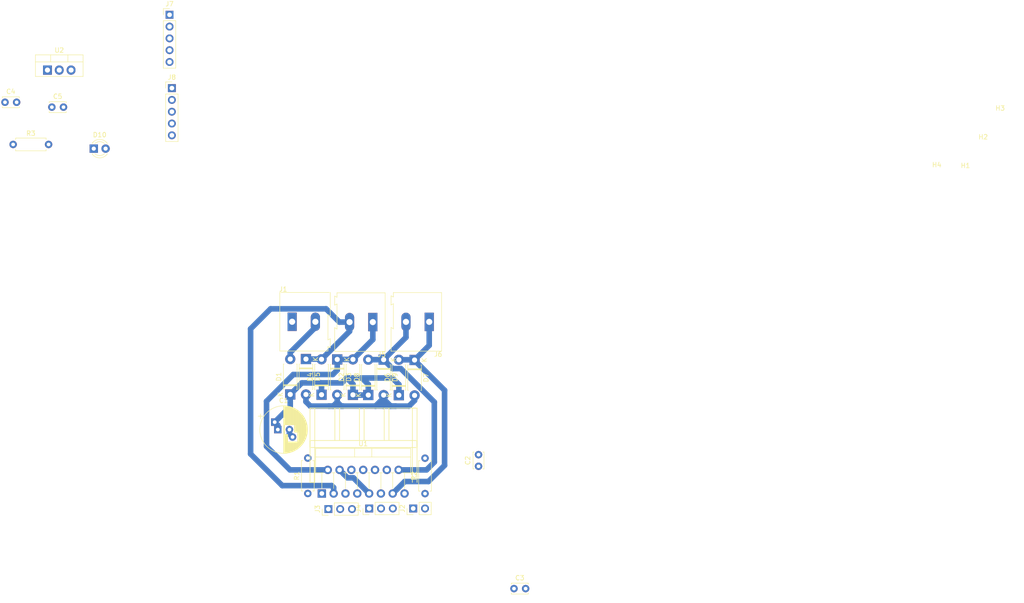
<source format=kicad_pcb>
(kicad_pcb (version 20171130) (host pcbnew "(5.0.2)-1")

  (general
    (thickness 1.6)
    (drawings 0)
    (tracks 99)
    (zones 0)
    (modules 32)
    (nets 18)
  )

  (page A4)
  (layers
    (0 F.Cu signal)
    (31 B.Cu signal)
    (32 B.Adhes user)
    (33 F.Adhes user)
    (34 B.Paste user)
    (35 F.Paste user)
    (36 B.SilkS user)
    (37 F.SilkS user)
    (38 B.Mask user)
    (39 F.Mask user)
    (40 Dwgs.User user)
    (41 Cmts.User user)
    (42 Eco1.User user)
    (43 Eco2.User user)
    (44 Edge.Cuts user)
    (45 Margin user)
    (46 B.CrtYd user)
    (47 F.CrtYd user)
    (48 B.Fab user)
    (49 F.Fab user)
  )

  (setup
    (last_trace_width 1.2)
    (user_trace_width 0.3)
    (user_trace_width 0.6)
    (user_trace_width 0.9)
    (user_trace_width 1.2)
    (user_trace_width 1.6)
    (user_trace_width 2)
    (user_trace_width 2.4)
    (user_trace_width 3.2)
    (trace_clearance 0.2)
    (zone_clearance 0.508)
    (zone_45_only no)
    (trace_min 0.2)
    (segment_width 0.2)
    (edge_width 0.15)
    (via_size 1.2)
    (via_drill 0.8)
    (via_min_size 0.4)
    (via_min_drill 0.3)
    (uvia_size 0.3)
    (uvia_drill 0.1)
    (uvias_allowed no)
    (uvia_min_size 0.2)
    (uvia_min_drill 0.1)
    (pcb_text_width 0.3)
    (pcb_text_size 1.5 1.5)
    (mod_edge_width 0.15)
    (mod_text_size 1 1)
    (mod_text_width 0.15)
    (pad_size 1.524 1.524)
    (pad_drill 0.762)
    (pad_to_mask_clearance 0.051)
    (solder_mask_min_width 0.25)
    (aux_axis_origin 0 0)
    (visible_elements FFFFFF7F)
    (pcbplotparams
      (layerselection 0x010fc_ffffffff)
      (usegerberextensions false)
      (usegerberattributes false)
      (usegerberadvancedattributes false)
      (creategerberjobfile false)
      (excludeedgelayer true)
      (linewidth 0.100000)
      (plotframeref false)
      (viasonmask false)
      (mode 1)
      (useauxorigin false)
      (hpglpennumber 1)
      (hpglpenspeed 20)
      (hpglpendiameter 15.000000)
      (psnegative false)
      (psa4output false)
      (plotreference true)
      (plotvalue true)
      (plotinvisibletext false)
      (padsonsilk false)
      (subtractmaskfromsilk false)
      (outputformat 1)
      (mirror false)
      (drillshape 1)
      (scaleselection 1)
      (outputdirectory ""))
  )

  (net 0 "")
  (net 1 GND)
  (net 2 VDC)
  (net 3 "Net-(D8-Pad2)")
  (net 4 "Net-(D6-Pad2)")
  (net 5 "Net-(D2-Pad2)")
  (net 6 "Net-(D4-Pad2)")
  (net 7 +5V)
  (net 8 "Net-(D10-Pad2)")
  (net 9 /S2)
  (net 10 /S1)
  (net 11 VCC)
  (net 12 "Net-(J3-Pad1)")
  (net 13 "Net-(J3-Pad3)")
  (net 14 "Net-(J3-Pad2)")
  (net 15 "Net-(J4-Pad1)")
  (net 16 "Net-(J4-Pad3)")
  (net 17 "Net-(J4-Pad2)")

  (net_class Default "This is the default net class."
    (clearance 0.2)
    (trace_width 0.3)
    (via_dia 1.2)
    (via_drill 0.8)
    (uvia_dia 0.3)
    (uvia_drill 0.1)
    (add_net +5V)
    (add_net /S1)
    (add_net /S2)
    (add_net GND)
    (add_net "Net-(D10-Pad2)")
    (add_net "Net-(D2-Pad2)")
    (add_net "Net-(D4-Pad2)")
    (add_net "Net-(D6-Pad2)")
    (add_net "Net-(D8-Pad2)")
    (add_net "Net-(J3-Pad1)")
    (add_net "Net-(J3-Pad2)")
    (add_net "Net-(J3-Pad3)")
    (add_net "Net-(J4-Pad1)")
    (add_net "Net-(J4-Pad2)")
    (add_net "Net-(J4-Pad3)")
    (add_net VCC)
    (add_net VDC)
  )

  (module kicad-library:TO-220-15_P2.54x2.54mm_StaggerOdd_Lead4.58mm_Vertical_with_heatsink (layer F.Cu) (tedit 5C9D0D6B) (tstamp 5CB83D68)
    (at 97.74 134.18)
    (descr "TO-220-15, Vertical, RM 1.27mm, staggered type-1, see http://www.st.com/resource/en/datasheet/l298.pdf")
    (tags "TO-220-15 Vertical RM 1.27mm staggered type-1")
    (path /5C9CFE28)
    (fp_text reference U1 (at 8.89 -10.7) (layer F.SilkS)
      (effects (font (size 1 1) (thickness 0.15)))
    )
    (fp_text value L298HN (at 8.89 2.15) (layer F.Fab)
      (effects (font (size 1 1) (thickness 0.15)))
    )
    (fp_line (start -1.21 -9.58) (end -1.21 -4.58) (layer F.Fab) (width 0.1))
    (fp_line (start -1.21 -4.58) (end 18.99 -4.58) (layer F.Fab) (width 0.1))
    (fp_line (start 18.99 -4.58) (end 18.99 -9.58) (layer F.Fab) (width 0.1))
    (fp_line (start 18.99 -9.58) (end -1.21 -9.58) (layer F.Fab) (width 0.1))
    (fp_line (start -1.21 -7.98) (end 18.99 -7.98) (layer F.Fab) (width 0.1))
    (fp_line (start 7.04 -9.58) (end 7.04 -7.98) (layer F.Fab) (width 0.1))
    (fp_line (start 10.74 -9.58) (end 10.74 -7.98) (layer F.Fab) (width 0.1))
    (fp_line (start 0 -4.58) (end 0 0) (layer F.Fab) (width 0.1))
    (fp_line (start 2.54 -4.58) (end 2.54 0) (layer F.Fab) (width 0.1))
    (fp_line (start 5.08 -4.58) (end 5.08 0) (layer F.Fab) (width 0.1))
    (fp_line (start 7.62 -4.58) (end 7.62 0) (layer F.Fab) (width 0.1))
    (fp_line (start 10.16 -4.58) (end 10.16 0) (layer F.Fab) (width 0.1))
    (fp_line (start 12.7 -4.58) (end 12.7 0) (layer F.Fab) (width 0.1))
    (fp_line (start 15.24 -4.58) (end 15.24 0) (layer F.Fab) (width 0.1))
    (fp_line (start 17.78 -4.58) (end 17.78 0) (layer F.Fab) (width 0.1))
    (fp_line (start -1.33 -9.7) (end 19.11 -9.7) (layer F.SilkS) (width 0.12))
    (fp_line (start -1.33 -4.459) (end 0.346 -4.459) (layer F.SilkS) (width 0.12))
    (fp_line (start 2.195 -4.459) (end 2.886 -4.459) (layer F.SilkS) (width 0.12))
    (fp_line (start 4.735 -4.459) (end 5.426 -4.459) (layer F.SilkS) (width 0.12))
    (fp_line (start 7.275 -4.459) (end 7.966 -4.459) (layer F.SilkS) (width 0.12))
    (fp_line (start 9.815 -4.459) (end 10.506 -4.459) (layer F.SilkS) (width 0.12))
    (fp_line (start 12.355 -4.459) (end 13.046 -4.459) (layer F.SilkS) (width 0.12))
    (fp_line (start 14.895 -4.459) (end 15.586 -4.459) (layer F.SilkS) (width 0.12))
    (fp_line (start 17.435 -4.459) (end 19.11 -4.459) (layer F.SilkS) (width 0.12))
    (fp_line (start -1.33 -9.7) (end -1.33 -4.459) (layer F.SilkS) (width 0.12))
    (fp_line (start 19.11 -9.7) (end 19.11 -4.459) (layer F.SilkS) (width 0.12))
    (fp_line (start -1.33 -7.86) (end 19.11 -7.86) (layer F.SilkS) (width 0.12))
    (fp_line (start 7.041 -9.7) (end 7.041 -7.86) (layer F.SilkS) (width 0.12))
    (fp_line (start 10.74 -9.7) (end 10.74 -7.86) (layer F.SilkS) (width 0.12))
    (fp_line (start 0 -4.459) (end 0 -1.05) (layer F.SilkS) (width 0.12))
    (fp_line (start 2.54 -4.459) (end 2.54 -1.065) (layer F.SilkS) (width 0.12))
    (fp_line (start 5.08 -4.459) (end 5.08 -1.065) (layer F.SilkS) (width 0.12))
    (fp_line (start 7.62 -4.459) (end 7.62 -1.065) (layer F.SilkS) (width 0.12))
    (fp_line (start 10.16 -4.459) (end 10.16 -1.065) (layer F.SilkS) (width 0.12))
    (fp_line (start 12.7 -4.459) (end 12.7 -1.065) (layer F.SilkS) (width 0.12))
    (fp_line (start 15.24 -4.459) (end 15.24 -1.065) (layer F.SilkS) (width 0.12))
    (fp_line (start 17.78 -4.459) (end 17.78 -1.065) (layer F.SilkS) (width 0.12))
    (fp_line (start -1.46 -9.83) (end -1.46 1.16) (layer F.CrtYd) (width 0.05))
    (fp_line (start -1.46 1.16) (end 19.25 1.16) (layer F.CrtYd) (width 0.05))
    (fp_line (start 19.25 1.16) (end 19.25 -9.83) (layer F.CrtYd) (width 0.05))
    (fp_line (start 19.25 -9.83) (end -1.46 -9.83) (layer F.CrtYd) (width 0.05))
    (fp_text user %R (at 8.89 -10.7) (layer F.Fab)
      (effects (font (size 1 1) (thickness 0.15)))
    )
    (fp_line (start -2.54 -18.3896) (end -2.54 -2.3876) (layer F.SilkS) (width 0.15))
    (fp_line (start -2.54 -9.906) (end 20.46 -9.906) (layer F.SilkS) (width 0.15))
    (fp_line (start -2.54 -11.406) (end -2.54 -9.906) (layer F.SilkS) (width 0.15))
    (fp_line (start 20.46 -11.406) (end 20.46 -9.906) (layer F.SilkS) (width 0.15))
    (fp_line (start -2.54 -11.406) (end 20.46 -11.406) (layer F.SilkS) (width 0.15))
    (fp_line (start -1.524 -18.3876) (end -1.524 -2.3876) (layer F.SilkS) (width 0.15))
    (fp_line (start -2.54 -2.3876) (end -1.524 -2.3876) (layer F.SilkS) (width 0.15))
    (fp_line (start -2.54 -18.3896) (end -1.524 -18.3896) (layer F.SilkS) (width 0.15))
    (fp_line (start 20.4724 -18.3896) (end 20.4724 -2.3876) (layer F.SilkS) (width 0.15))
    (fp_line (start 19.4564 -18.3896) (end 19.4564 -2.3876) (layer F.SilkS) (width 0.15))
    (fp_line (start 19.4564 -18.3896) (end 20.4724 -18.3896) (layer F.SilkS) (width 0.15))
    (fp_line (start -2.54 -18.3896) (end 20.46 -18.3896) (layer F.SilkS) (width 0.15))
    (fp_line (start 3.81 -18.3896) (end 3.81 -11.43) (layer F.SilkS) (width 0.15))
    (fp_line (start 2.794 -18.3896) (end 2.794 -11.43) (layer F.SilkS) (width 0.15))
    (fp_line (start 9.0932 -18.3896) (end 9.0932 -11.43) (layer F.SilkS) (width 0.15))
    (fp_line (start 8.0772 -18.3896) (end 8.0772 -11.43) (layer F.SilkS) (width 0.15))
    (fp_line (start 14.4272 -18.3896) (end 14.4272 -11.43) (layer F.SilkS) (width 0.15))
    (fp_line (start 13.4112 -18.3896) (end 13.4112 -11.43) (layer F.SilkS) (width 0.15))
    (pad 1 thru_hole rect (at 0 0) (size 1.8 1.8) (drill 1) (layers *.Cu *.Mask)
      (net 10 /S1))
    (pad 2 thru_hole oval (at 1.27 -5.08) (size 1.8 1.8) (drill 1) (layers *.Cu *.Mask)
      (net 5 "Net-(D2-Pad2)"))
    (pad 3 thru_hole oval (at 2.54 0) (size 1.8 1.8) (drill 1) (layers *.Cu *.Mask)
      (net 6 "Net-(D4-Pad2)"))
    (pad 4 thru_hole oval (at 3.81 -5.08) (size 1.8 1.8) (drill 1) (layers *.Cu *.Mask)
      (net 11 VCC))
    (pad 5 thru_hole oval (at 5.08 0) (size 1.8 1.8) (drill 1) (layers *.Cu *.Mask)
      (net 12 "Net-(J3-Pad1)"))
    (pad 6 thru_hole oval (at 6.35 -5.08) (size 1.8 1.8) (drill 1) (layers *.Cu *.Mask)
      (net 13 "Net-(J3-Pad3)"))
    (pad 7 thru_hole oval (at 7.62 0) (size 1.8 1.8) (drill 1) (layers *.Cu *.Mask)
      (net 14 "Net-(J3-Pad2)"))
    (pad 8 thru_hole oval (at 8.89 -5.08) (size 1.8 1.8) (drill 1) (layers *.Cu *.Mask)
      (net 1 GND))
    (pad 9 thru_hole oval (at 10.16 0) (size 1.8 1.8) (drill 1) (layers *.Cu *.Mask)
      (net 11 VCC))
    (pad 10 thru_hole oval (at 11.43 -5.08) (size 1.8 1.8) (drill 1) (layers *.Cu *.Mask)
      (net 15 "Net-(J4-Pad1)"))
    (pad 11 thru_hole oval (at 12.7 0) (size 1.8 1.8) (drill 1) (layers *.Cu *.Mask)
      (net 16 "Net-(J4-Pad3)"))
    (pad 12 thru_hole oval (at 13.97 -5.08) (size 1.8 1.8) (drill 1) (layers *.Cu *.Mask)
      (net 17 "Net-(J4-Pad2)"))
    (pad 13 thru_hole oval (at 15.24 0) (size 1.8 1.8) (drill 1) (layers *.Cu *.Mask)
      (net 4 "Net-(D6-Pad2)"))
    (pad 14 thru_hole oval (at 16.51 -5.08) (size 1.8 1.8) (drill 1) (layers *.Cu *.Mask)
      (net 3 "Net-(D8-Pad2)"))
    (pad 15 thru_hole oval (at 17.78 0) (size 1.8 1.8) (drill 1) (layers *.Cu *.Mask)
      (net 9 /S2))
    (model ${KISYS3DMOD}/Package_TO_SOT_THT.3dshapes/TO-220-15_P2.54x2.54mm_StaggerOdd_Lead4.58mm_Vertical.wrl
      (at (xyz 0 0 0))
      (scale (xyz 1 1 1))
      (rotate (xyz 0 0 0))
    )
  )

  (module Diode_THT:D_DO-41_SOD81_P7.62mm_Horizontal (layer F.Cu) (tedit 5AE50CD5) (tstamp 5CB86909)
    (at 114.3 113.025 90)
    (descr "Diode, DO-41_SOD81 series, Axial, Horizontal, pin pitch=7.62mm, , length*diameter=5.2*2.7mm^2, , http://www.diodes.com/_files/packages/DO-41%20(Plastic).pdf")
    (tags "Diode DO-41_SOD81 series Axial Horizontal pin pitch 7.62mm  length 5.2mm diameter 2.7mm")
    (path /5C9D02E3)
    (fp_text reference D6 (at 3.81 -2.47 90) (layer F.SilkS)
      (effects (font (size 1 1) (thickness 0.15)))
    )
    (fp_text value 1N4001 (at 3.81 2.47 90) (layer F.Fab)
      (effects (font (size 1 1) (thickness 0.15)))
    )
    (fp_line (start 1.21 -1.35) (end 1.21 1.35) (layer F.Fab) (width 0.1))
    (fp_line (start 1.21 1.35) (end 6.41 1.35) (layer F.Fab) (width 0.1))
    (fp_line (start 6.41 1.35) (end 6.41 -1.35) (layer F.Fab) (width 0.1))
    (fp_line (start 6.41 -1.35) (end 1.21 -1.35) (layer F.Fab) (width 0.1))
    (fp_line (start 0 0) (end 1.21 0) (layer F.Fab) (width 0.1))
    (fp_line (start 7.62 0) (end 6.41 0) (layer F.Fab) (width 0.1))
    (fp_line (start 1.99 -1.35) (end 1.99 1.35) (layer F.Fab) (width 0.1))
    (fp_line (start 2.09 -1.35) (end 2.09 1.35) (layer F.Fab) (width 0.1))
    (fp_line (start 1.89 -1.35) (end 1.89 1.35) (layer F.Fab) (width 0.1))
    (fp_line (start 1.09 -1.34) (end 1.09 -1.47) (layer F.SilkS) (width 0.12))
    (fp_line (start 1.09 -1.47) (end 6.53 -1.47) (layer F.SilkS) (width 0.12))
    (fp_line (start 6.53 -1.47) (end 6.53 -1.34) (layer F.SilkS) (width 0.12))
    (fp_line (start 1.09 1.34) (end 1.09 1.47) (layer F.SilkS) (width 0.12))
    (fp_line (start 1.09 1.47) (end 6.53 1.47) (layer F.SilkS) (width 0.12))
    (fp_line (start 6.53 1.47) (end 6.53 1.34) (layer F.SilkS) (width 0.12))
    (fp_line (start 1.99 -1.47) (end 1.99 1.47) (layer F.SilkS) (width 0.12))
    (fp_line (start 2.11 -1.47) (end 2.11 1.47) (layer F.SilkS) (width 0.12))
    (fp_line (start 1.87 -1.47) (end 1.87 1.47) (layer F.SilkS) (width 0.12))
    (fp_line (start -1.35 -1.6) (end -1.35 1.6) (layer F.CrtYd) (width 0.05))
    (fp_line (start -1.35 1.6) (end 8.97 1.6) (layer F.CrtYd) (width 0.05))
    (fp_line (start 8.97 1.6) (end 8.97 -1.6) (layer F.CrtYd) (width 0.05))
    (fp_line (start 8.97 -1.6) (end -1.35 -1.6) (layer F.CrtYd) (width 0.05))
    (fp_text user %R (at 4.2 0 90) (layer F.Fab)
      (effects (font (size 1 1) (thickness 0.15)))
    )
    (fp_text user K (at 0 -2.1 90) (layer F.Fab)
      (effects (font (size 1 1) (thickness 0.15)))
    )
    (fp_text user K (at 0 -2.1 90) (layer F.SilkS)
      (effects (font (size 1 1) (thickness 0.15)))
    )
    (pad 1 thru_hole rect (at 0 0 90) (size 2.2 2.2) (drill 1.1) (layers *.Cu *.Mask)
      (net 11 VCC))
    (pad 2 thru_hole oval (at 7.62 0 90) (size 2.2 2.2) (drill 1.1) (layers *.Cu *.Mask)
      (net 4 "Net-(D6-Pad2)"))
    (model ${KISYS3DMOD}/Diode_THT.3dshapes/D_DO-41_SOD81_P7.62mm_Horizontal.wrl
      (at (xyz 0 0 0))
      (scale (xyz 1 1 1))
      (rotate (xyz 0 0 0))
    )
  )

  (module Diode_THT:D_DO-41_SOD81_P7.62mm_Horizontal (layer F.Cu) (tedit 5AE50CD5) (tstamp 5CB868EB)
    (at 104.425 112.95 90)
    (descr "Diode, DO-41_SOD81 series, Axial, Horizontal, pin pitch=7.62mm, , length*diameter=5.2*2.7mm^2, , http://www.diodes.com/_files/packages/DO-41%20(Plastic).pdf")
    (tags "Diode DO-41_SOD81 series Axial Horizontal pin pitch 7.62mm  length 5.2mm diameter 2.7mm")
    (path /5C9D0172)
    (fp_text reference D2 (at 3.81 -2.47 90) (layer F.SilkS)
      (effects (font (size 1 1) (thickness 0.15)))
    )
    (fp_text value 1N4001 (at 3.81 2.47 90) (layer F.Fab)
      (effects (font (size 1 1) (thickness 0.15)))
    )
    (fp_text user K (at 0 -2.1 90) (layer F.SilkS)
      (effects (font (size 1 1) (thickness 0.15)))
    )
    (fp_text user K (at 0 -2.1 90) (layer F.Fab)
      (effects (font (size 1 1) (thickness 0.15)))
    )
    (fp_text user %R (at 4.2 0 90) (layer F.Fab)
      (effects (font (size 1 1) (thickness 0.15)))
    )
    (fp_line (start 8.97 -1.6) (end -1.35 -1.6) (layer F.CrtYd) (width 0.05))
    (fp_line (start 8.97 1.6) (end 8.97 -1.6) (layer F.CrtYd) (width 0.05))
    (fp_line (start -1.35 1.6) (end 8.97 1.6) (layer F.CrtYd) (width 0.05))
    (fp_line (start -1.35 -1.6) (end -1.35 1.6) (layer F.CrtYd) (width 0.05))
    (fp_line (start 1.87 -1.47) (end 1.87 1.47) (layer F.SilkS) (width 0.12))
    (fp_line (start 2.11 -1.47) (end 2.11 1.47) (layer F.SilkS) (width 0.12))
    (fp_line (start 1.99 -1.47) (end 1.99 1.47) (layer F.SilkS) (width 0.12))
    (fp_line (start 6.53 1.47) (end 6.53 1.34) (layer F.SilkS) (width 0.12))
    (fp_line (start 1.09 1.47) (end 6.53 1.47) (layer F.SilkS) (width 0.12))
    (fp_line (start 1.09 1.34) (end 1.09 1.47) (layer F.SilkS) (width 0.12))
    (fp_line (start 6.53 -1.47) (end 6.53 -1.34) (layer F.SilkS) (width 0.12))
    (fp_line (start 1.09 -1.47) (end 6.53 -1.47) (layer F.SilkS) (width 0.12))
    (fp_line (start 1.09 -1.34) (end 1.09 -1.47) (layer F.SilkS) (width 0.12))
    (fp_line (start 1.89 -1.35) (end 1.89 1.35) (layer F.Fab) (width 0.1))
    (fp_line (start 2.09 -1.35) (end 2.09 1.35) (layer F.Fab) (width 0.1))
    (fp_line (start 1.99 -1.35) (end 1.99 1.35) (layer F.Fab) (width 0.1))
    (fp_line (start 7.62 0) (end 6.41 0) (layer F.Fab) (width 0.1))
    (fp_line (start 0 0) (end 1.21 0) (layer F.Fab) (width 0.1))
    (fp_line (start 6.41 -1.35) (end 1.21 -1.35) (layer F.Fab) (width 0.1))
    (fp_line (start 6.41 1.35) (end 6.41 -1.35) (layer F.Fab) (width 0.1))
    (fp_line (start 1.21 1.35) (end 6.41 1.35) (layer F.Fab) (width 0.1))
    (fp_line (start 1.21 -1.35) (end 1.21 1.35) (layer F.Fab) (width 0.1))
    (pad 2 thru_hole oval (at 7.62 0 90) (size 2.2 2.2) (drill 1.1) (layers *.Cu *.Mask)
      (net 5 "Net-(D2-Pad2)"))
    (pad 1 thru_hole rect (at 0 0 90) (size 2.2 2.2) (drill 1.1) (layers *.Cu *.Mask)
      (net 11 VCC))
    (model ${KISYS3DMOD}/Diode_THT.3dshapes/D_DO-41_SOD81_P7.62mm_Horizontal.wrl
      (at (xyz 0 0 0))
      (scale (xyz 1 1 1))
      (rotate (xyz 0 0 0))
    )
  )

  (module Diode_THT:D_DO-41_SOD81_P7.62mm_Horizontal (layer F.Cu) (tedit 5AE50CD5) (tstamp 5CB868CD)
    (at 101.05 105.33 270)
    (descr "Diode, DO-41_SOD81 series, Axial, Horizontal, pin pitch=7.62mm, , length*diameter=5.2*2.7mm^2, , http://www.diodes.com/_files/packages/DO-41%20(Plastic).pdf")
    (tags "Diode DO-41_SOD81 series Axial Horizontal pin pitch 7.62mm  length 5.2mm diameter 2.7mm")
    (path /5C9D034B)
    (fp_text reference D3 (at 3.81 -2.47 270) (layer F.SilkS)
      (effects (font (size 1 1) (thickness 0.15)))
    )
    (fp_text value 1N4001 (at 3.81 2.47 270) (layer F.Fab)
      (effects (font (size 1 1) (thickness 0.15)))
    )
    (fp_line (start 1.21 -1.35) (end 1.21 1.35) (layer F.Fab) (width 0.1))
    (fp_line (start 1.21 1.35) (end 6.41 1.35) (layer F.Fab) (width 0.1))
    (fp_line (start 6.41 1.35) (end 6.41 -1.35) (layer F.Fab) (width 0.1))
    (fp_line (start 6.41 -1.35) (end 1.21 -1.35) (layer F.Fab) (width 0.1))
    (fp_line (start 0 0) (end 1.21 0) (layer F.Fab) (width 0.1))
    (fp_line (start 7.62 0) (end 6.41 0) (layer F.Fab) (width 0.1))
    (fp_line (start 1.99 -1.35) (end 1.99 1.35) (layer F.Fab) (width 0.1))
    (fp_line (start 2.09 -1.35) (end 2.09 1.35) (layer F.Fab) (width 0.1))
    (fp_line (start 1.89 -1.35) (end 1.89 1.35) (layer F.Fab) (width 0.1))
    (fp_line (start 1.09 -1.34) (end 1.09 -1.47) (layer F.SilkS) (width 0.12))
    (fp_line (start 1.09 -1.47) (end 6.53 -1.47) (layer F.SilkS) (width 0.12))
    (fp_line (start 6.53 -1.47) (end 6.53 -1.34) (layer F.SilkS) (width 0.12))
    (fp_line (start 1.09 1.34) (end 1.09 1.47) (layer F.SilkS) (width 0.12))
    (fp_line (start 1.09 1.47) (end 6.53 1.47) (layer F.SilkS) (width 0.12))
    (fp_line (start 6.53 1.47) (end 6.53 1.34) (layer F.SilkS) (width 0.12))
    (fp_line (start 1.99 -1.47) (end 1.99 1.47) (layer F.SilkS) (width 0.12))
    (fp_line (start 2.11 -1.47) (end 2.11 1.47) (layer F.SilkS) (width 0.12))
    (fp_line (start 1.87 -1.47) (end 1.87 1.47) (layer F.SilkS) (width 0.12))
    (fp_line (start -1.35 -1.6) (end -1.35 1.6) (layer F.CrtYd) (width 0.05))
    (fp_line (start -1.35 1.6) (end 8.97 1.6) (layer F.CrtYd) (width 0.05))
    (fp_line (start 8.97 1.6) (end 8.97 -1.6) (layer F.CrtYd) (width 0.05))
    (fp_line (start 8.97 -1.6) (end -1.35 -1.6) (layer F.CrtYd) (width 0.05))
    (fp_text user %R (at 4.2 0 270) (layer F.Fab)
      (effects (font (size 1 1) (thickness 0.15)))
    )
    (fp_text user K (at 0 -2.1 270) (layer F.Fab)
      (effects (font (size 1 1) (thickness 0.15)))
    )
    (fp_text user K (at 0 -2.1 270) (layer F.SilkS)
      (effects (font (size 1 1) (thickness 0.15)))
    )
    (pad 1 thru_hole rect (at 0 0 270) (size 2.2 2.2) (drill 1.1) (layers *.Cu *.Mask)
      (net 5 "Net-(D2-Pad2)"))
    (pad 2 thru_hole oval (at 7.62 0 270) (size 2.2 2.2) (drill 1.1) (layers *.Cu *.Mask)
      (net 1 GND))
    (model ${KISYS3DMOD}/Diode_THT.3dshapes/D_DO-41_SOD81_P7.62mm_Horizontal.wrl
      (at (xyz 0 0 0))
      (scale (xyz 1 1 1))
      (rotate (xyz 0 0 0))
    )
  )

  (module Diode_THT:D_DO-41_SOD81_P7.62mm_Horizontal (layer F.Cu) (tedit 5AE50CD5) (tstamp 5CB868AF)
    (at 97.675 112.925 90)
    (descr "Diode, DO-41_SOD81 series, Axial, Horizontal, pin pitch=7.62mm, , length*diameter=5.2*2.7mm^2, , http://www.diodes.com/_files/packages/DO-41%20(Plastic).pdf")
    (tags "Diode DO-41_SOD81 series Axial Horizontal pin pitch 7.62mm  length 5.2mm diameter 2.7mm")
    (path /5C9D02BB)
    (fp_text reference D4 (at 3.81 -2.47 90) (layer F.SilkS)
      (effects (font (size 1 1) (thickness 0.15)))
    )
    (fp_text value 1N4001 (at 3.81 2.47 90) (layer F.Fab)
      (effects (font (size 1 1) (thickness 0.15)))
    )
    (fp_text user K (at 0 -2.1 90) (layer F.SilkS)
      (effects (font (size 1 1) (thickness 0.15)))
    )
    (fp_text user K (at 0 -2.1 90) (layer F.Fab)
      (effects (font (size 1 1) (thickness 0.15)))
    )
    (fp_text user %R (at 4.2 0 90) (layer F.Fab)
      (effects (font (size 1 1) (thickness 0.15)))
    )
    (fp_line (start 8.97 -1.6) (end -1.35 -1.6) (layer F.CrtYd) (width 0.05))
    (fp_line (start 8.97 1.6) (end 8.97 -1.6) (layer F.CrtYd) (width 0.05))
    (fp_line (start -1.35 1.6) (end 8.97 1.6) (layer F.CrtYd) (width 0.05))
    (fp_line (start -1.35 -1.6) (end -1.35 1.6) (layer F.CrtYd) (width 0.05))
    (fp_line (start 1.87 -1.47) (end 1.87 1.47) (layer F.SilkS) (width 0.12))
    (fp_line (start 2.11 -1.47) (end 2.11 1.47) (layer F.SilkS) (width 0.12))
    (fp_line (start 1.99 -1.47) (end 1.99 1.47) (layer F.SilkS) (width 0.12))
    (fp_line (start 6.53 1.47) (end 6.53 1.34) (layer F.SilkS) (width 0.12))
    (fp_line (start 1.09 1.47) (end 6.53 1.47) (layer F.SilkS) (width 0.12))
    (fp_line (start 1.09 1.34) (end 1.09 1.47) (layer F.SilkS) (width 0.12))
    (fp_line (start 6.53 -1.47) (end 6.53 -1.34) (layer F.SilkS) (width 0.12))
    (fp_line (start 1.09 -1.47) (end 6.53 -1.47) (layer F.SilkS) (width 0.12))
    (fp_line (start 1.09 -1.34) (end 1.09 -1.47) (layer F.SilkS) (width 0.12))
    (fp_line (start 1.89 -1.35) (end 1.89 1.35) (layer F.Fab) (width 0.1))
    (fp_line (start 2.09 -1.35) (end 2.09 1.35) (layer F.Fab) (width 0.1))
    (fp_line (start 1.99 -1.35) (end 1.99 1.35) (layer F.Fab) (width 0.1))
    (fp_line (start 7.62 0) (end 6.41 0) (layer F.Fab) (width 0.1))
    (fp_line (start 0 0) (end 1.21 0) (layer F.Fab) (width 0.1))
    (fp_line (start 6.41 -1.35) (end 1.21 -1.35) (layer F.Fab) (width 0.1))
    (fp_line (start 6.41 1.35) (end 6.41 -1.35) (layer F.Fab) (width 0.1))
    (fp_line (start 1.21 1.35) (end 6.41 1.35) (layer F.Fab) (width 0.1))
    (fp_line (start 1.21 -1.35) (end 1.21 1.35) (layer F.Fab) (width 0.1))
    (pad 2 thru_hole oval (at 7.62 0 90) (size 2.2 2.2) (drill 1.1) (layers *.Cu *.Mask)
      (net 6 "Net-(D4-Pad2)"))
    (pad 1 thru_hole rect (at 0 0 90) (size 2.2 2.2) (drill 1.1) (layers *.Cu *.Mask)
      (net 11 VCC))
    (model ${KISYS3DMOD}/Diode_THT.3dshapes/D_DO-41_SOD81_P7.62mm_Horizontal.wrl
      (at (xyz 0 0 0))
      (scale (xyz 1 1 1))
      (rotate (xyz 0 0 0))
    )
  )

  (module Diode_THT:D_DO-41_SOD81_P7.62mm_Horizontal (layer F.Cu) (tedit 5AE50CD5) (tstamp 5CB86891)
    (at 94.325 105.255 270)
    (descr "Diode, DO-41_SOD81 series, Axial, Horizontal, pin pitch=7.62mm, , length*diameter=5.2*2.7mm^2, , http://www.diodes.com/_files/packages/DO-41%20(Plastic).pdf")
    (tags "Diode DO-41_SOD81 series Axial Horizontal pin pitch 7.62mm  length 5.2mm diameter 2.7mm")
    (path /5C9D0379)
    (fp_text reference D5 (at 3.81 -2.47 270) (layer F.SilkS)
      (effects (font (size 1 1) (thickness 0.15)))
    )
    (fp_text value 1N4001 (at 3.81 2.47 270) (layer F.Fab)
      (effects (font (size 1 1) (thickness 0.15)))
    )
    (fp_line (start 1.21 -1.35) (end 1.21 1.35) (layer F.Fab) (width 0.1))
    (fp_line (start 1.21 1.35) (end 6.41 1.35) (layer F.Fab) (width 0.1))
    (fp_line (start 6.41 1.35) (end 6.41 -1.35) (layer F.Fab) (width 0.1))
    (fp_line (start 6.41 -1.35) (end 1.21 -1.35) (layer F.Fab) (width 0.1))
    (fp_line (start 0 0) (end 1.21 0) (layer F.Fab) (width 0.1))
    (fp_line (start 7.62 0) (end 6.41 0) (layer F.Fab) (width 0.1))
    (fp_line (start 1.99 -1.35) (end 1.99 1.35) (layer F.Fab) (width 0.1))
    (fp_line (start 2.09 -1.35) (end 2.09 1.35) (layer F.Fab) (width 0.1))
    (fp_line (start 1.89 -1.35) (end 1.89 1.35) (layer F.Fab) (width 0.1))
    (fp_line (start 1.09 -1.34) (end 1.09 -1.47) (layer F.SilkS) (width 0.12))
    (fp_line (start 1.09 -1.47) (end 6.53 -1.47) (layer F.SilkS) (width 0.12))
    (fp_line (start 6.53 -1.47) (end 6.53 -1.34) (layer F.SilkS) (width 0.12))
    (fp_line (start 1.09 1.34) (end 1.09 1.47) (layer F.SilkS) (width 0.12))
    (fp_line (start 1.09 1.47) (end 6.53 1.47) (layer F.SilkS) (width 0.12))
    (fp_line (start 6.53 1.47) (end 6.53 1.34) (layer F.SilkS) (width 0.12))
    (fp_line (start 1.99 -1.47) (end 1.99 1.47) (layer F.SilkS) (width 0.12))
    (fp_line (start 2.11 -1.47) (end 2.11 1.47) (layer F.SilkS) (width 0.12))
    (fp_line (start 1.87 -1.47) (end 1.87 1.47) (layer F.SilkS) (width 0.12))
    (fp_line (start -1.35 -1.6) (end -1.35 1.6) (layer F.CrtYd) (width 0.05))
    (fp_line (start -1.35 1.6) (end 8.97 1.6) (layer F.CrtYd) (width 0.05))
    (fp_line (start 8.97 1.6) (end 8.97 -1.6) (layer F.CrtYd) (width 0.05))
    (fp_line (start 8.97 -1.6) (end -1.35 -1.6) (layer F.CrtYd) (width 0.05))
    (fp_text user %R (at 4.2 0 270) (layer F.Fab)
      (effects (font (size 1 1) (thickness 0.15)))
    )
    (fp_text user K (at 0 -2.1 270) (layer F.Fab)
      (effects (font (size 1 1) (thickness 0.15)))
    )
    (fp_text user K (at 0 -2.1 270) (layer F.SilkS)
      (effects (font (size 1 1) (thickness 0.15)))
    )
    (pad 1 thru_hole rect (at 0 0 270) (size 2.2 2.2) (drill 1.1) (layers *.Cu *.Mask)
      (net 6 "Net-(D4-Pad2)"))
    (pad 2 thru_hole oval (at 7.62 0 270) (size 2.2 2.2) (drill 1.1) (layers *.Cu *.Mask)
      (net 1 GND))
    (model ${KISYS3DMOD}/Diode_THT.3dshapes/D_DO-41_SOD81_P7.62mm_Horizontal.wrl
      (at (xyz 0 0 0))
      (scale (xyz 1 1 1))
      (rotate (xyz 0 0 0))
    )
  )

  (module Diode_THT:D_DO-41_SOD81_P7.62mm_Horizontal (layer F.Cu) (tedit 5AE50CD5) (tstamp 5CB86873)
    (at 90.95 112.87 90)
    (descr "Diode, DO-41_SOD81 series, Axial, Horizontal, pin pitch=7.62mm, , length*diameter=5.2*2.7mm^2, , http://www.diodes.com/_files/packages/DO-41%20(Plastic).pdf")
    (tags "Diode DO-41_SOD81 series Axial Horizontal pin pitch 7.62mm  length 5.2mm diameter 2.7mm")
    (path /5C9EF96D)
    (fp_text reference D1 (at 3.81 -2.47 90) (layer F.SilkS)
      (effects (font (size 1 1) (thickness 0.15)))
    )
    (fp_text value 1N4001 (at 3.81 2.47 90) (layer F.Fab)
      (effects (font (size 1 1) (thickness 0.15)))
    )
    (fp_text user K (at 0 -2.1 90) (layer F.SilkS)
      (effects (font (size 1 1) (thickness 0.15)))
    )
    (fp_text user K (at 0 -2.1 90) (layer F.Fab)
      (effects (font (size 1 1) (thickness 0.15)))
    )
    (fp_text user %R (at 4.2 0 90) (layer F.Fab)
      (effects (font (size 1 1) (thickness 0.15)))
    )
    (fp_line (start 8.97 -1.6) (end -1.35 -1.6) (layer F.CrtYd) (width 0.05))
    (fp_line (start 8.97 1.6) (end 8.97 -1.6) (layer F.CrtYd) (width 0.05))
    (fp_line (start -1.35 1.6) (end 8.97 1.6) (layer F.CrtYd) (width 0.05))
    (fp_line (start -1.35 -1.6) (end -1.35 1.6) (layer F.CrtYd) (width 0.05))
    (fp_line (start 1.87 -1.47) (end 1.87 1.47) (layer F.SilkS) (width 0.12))
    (fp_line (start 2.11 -1.47) (end 2.11 1.47) (layer F.SilkS) (width 0.12))
    (fp_line (start 1.99 -1.47) (end 1.99 1.47) (layer F.SilkS) (width 0.12))
    (fp_line (start 6.53 1.47) (end 6.53 1.34) (layer F.SilkS) (width 0.12))
    (fp_line (start 1.09 1.47) (end 6.53 1.47) (layer F.SilkS) (width 0.12))
    (fp_line (start 1.09 1.34) (end 1.09 1.47) (layer F.SilkS) (width 0.12))
    (fp_line (start 6.53 -1.47) (end 6.53 -1.34) (layer F.SilkS) (width 0.12))
    (fp_line (start 1.09 -1.47) (end 6.53 -1.47) (layer F.SilkS) (width 0.12))
    (fp_line (start 1.09 -1.34) (end 1.09 -1.47) (layer F.SilkS) (width 0.12))
    (fp_line (start 1.89 -1.35) (end 1.89 1.35) (layer F.Fab) (width 0.1))
    (fp_line (start 2.09 -1.35) (end 2.09 1.35) (layer F.Fab) (width 0.1))
    (fp_line (start 1.99 -1.35) (end 1.99 1.35) (layer F.Fab) (width 0.1))
    (fp_line (start 7.62 0) (end 6.41 0) (layer F.Fab) (width 0.1))
    (fp_line (start 0 0) (end 1.21 0) (layer F.Fab) (width 0.1))
    (fp_line (start 6.41 -1.35) (end 1.21 -1.35) (layer F.Fab) (width 0.1))
    (fp_line (start 6.41 1.35) (end 6.41 -1.35) (layer F.Fab) (width 0.1))
    (fp_line (start 1.21 1.35) (end 6.41 1.35) (layer F.Fab) (width 0.1))
    (fp_line (start 1.21 -1.35) (end 1.21 1.35) (layer F.Fab) (width 0.1))
    (pad 2 thru_hole oval (at 7.62 0 90) (size 2.2 2.2) (drill 1.1) (layers *.Cu *.Mask)
      (net 2 VDC))
    (pad 1 thru_hole rect (at 0 0 90) (size 2.2 2.2) (drill 1.1) (layers *.Cu *.Mask)
      (net 11 VCC))
    (model ${KISYS3DMOD}/Diode_THT.3dshapes/D_DO-41_SOD81_P7.62mm_Horizontal.wrl
      (at (xyz 0 0 0))
      (scale (xyz 1 1 1))
      (rotate (xyz 0 0 0))
    )
  )

  (module Diode_THT:D_DO-41_SOD81_P7.62mm_Horizontal (layer F.Cu) (tedit 5AE50CD5) (tstamp 5CB86855)
    (at 117.675 105.455 270)
    (descr "Diode, DO-41_SOD81 series, Axial, Horizontal, pin pitch=7.62mm, , length*diameter=5.2*2.7mm^2, , http://www.diodes.com/_files/packages/DO-41%20(Plastic).pdf")
    (tags "Diode DO-41_SOD81 series Axial Horizontal pin pitch 7.62mm  length 5.2mm diameter 2.7mm")
    (path /5C9D03B1)
    (fp_text reference D7 (at 3.81 -2.47 270) (layer F.SilkS)
      (effects (font (size 1 1) (thickness 0.15)))
    )
    (fp_text value 1N4001 (at 3.81 2.47 270) (layer F.Fab)
      (effects (font (size 1 1) (thickness 0.15)))
    )
    (fp_line (start 1.21 -1.35) (end 1.21 1.35) (layer F.Fab) (width 0.1))
    (fp_line (start 1.21 1.35) (end 6.41 1.35) (layer F.Fab) (width 0.1))
    (fp_line (start 6.41 1.35) (end 6.41 -1.35) (layer F.Fab) (width 0.1))
    (fp_line (start 6.41 -1.35) (end 1.21 -1.35) (layer F.Fab) (width 0.1))
    (fp_line (start 0 0) (end 1.21 0) (layer F.Fab) (width 0.1))
    (fp_line (start 7.62 0) (end 6.41 0) (layer F.Fab) (width 0.1))
    (fp_line (start 1.99 -1.35) (end 1.99 1.35) (layer F.Fab) (width 0.1))
    (fp_line (start 2.09 -1.35) (end 2.09 1.35) (layer F.Fab) (width 0.1))
    (fp_line (start 1.89 -1.35) (end 1.89 1.35) (layer F.Fab) (width 0.1))
    (fp_line (start 1.09 -1.34) (end 1.09 -1.47) (layer F.SilkS) (width 0.12))
    (fp_line (start 1.09 -1.47) (end 6.53 -1.47) (layer F.SilkS) (width 0.12))
    (fp_line (start 6.53 -1.47) (end 6.53 -1.34) (layer F.SilkS) (width 0.12))
    (fp_line (start 1.09 1.34) (end 1.09 1.47) (layer F.SilkS) (width 0.12))
    (fp_line (start 1.09 1.47) (end 6.53 1.47) (layer F.SilkS) (width 0.12))
    (fp_line (start 6.53 1.47) (end 6.53 1.34) (layer F.SilkS) (width 0.12))
    (fp_line (start 1.99 -1.47) (end 1.99 1.47) (layer F.SilkS) (width 0.12))
    (fp_line (start 2.11 -1.47) (end 2.11 1.47) (layer F.SilkS) (width 0.12))
    (fp_line (start 1.87 -1.47) (end 1.87 1.47) (layer F.SilkS) (width 0.12))
    (fp_line (start -1.35 -1.6) (end -1.35 1.6) (layer F.CrtYd) (width 0.05))
    (fp_line (start -1.35 1.6) (end 8.97 1.6) (layer F.CrtYd) (width 0.05))
    (fp_line (start 8.97 1.6) (end 8.97 -1.6) (layer F.CrtYd) (width 0.05))
    (fp_line (start 8.97 -1.6) (end -1.35 -1.6) (layer F.CrtYd) (width 0.05))
    (fp_text user %R (at 4.2 0 270) (layer F.Fab)
      (effects (font (size 1 1) (thickness 0.15)))
    )
    (fp_text user K (at 0 -2.1 270) (layer F.Fab)
      (effects (font (size 1 1) (thickness 0.15)))
    )
    (fp_text user K (at 0 -2.1 270) (layer F.SilkS)
      (effects (font (size 1 1) (thickness 0.15)))
    )
    (pad 1 thru_hole rect (at 0 0 270) (size 2.2 2.2) (drill 1.1) (layers *.Cu *.Mask)
      (net 4 "Net-(D6-Pad2)"))
    (pad 2 thru_hole oval (at 7.62 0 270) (size 2.2 2.2) (drill 1.1) (layers *.Cu *.Mask)
      (net 1 GND))
    (model ${KISYS3DMOD}/Diode_THT.3dshapes/D_DO-41_SOD81_P7.62mm_Horizontal.wrl
      (at (xyz 0 0 0))
      (scale (xyz 1 1 1))
      (rotate (xyz 0 0 0))
    )
  )

  (module Diode_THT:D_DO-41_SOD81_P7.62mm_Horizontal (layer F.Cu) (tedit 5AE50CD5) (tstamp 5CB86837)
    (at 111.025 105.38 270)
    (descr "Diode, DO-41_SOD81 series, Axial, Horizontal, pin pitch=7.62mm, , length*diameter=5.2*2.7mm^2, , http://www.diodes.com/_files/packages/DO-41%20(Plastic).pdf")
    (tags "Diode DO-41_SOD81 series Axial Horizontal pin pitch 7.62mm  length 5.2mm diameter 2.7mm")
    (path /5C9D03DD)
    (fp_text reference D9 (at 3.81 -2.47 270) (layer F.SilkS)
      (effects (font (size 1 1) (thickness 0.15)))
    )
    (fp_text value 1N4001 (at 3.81 2.47 270) (layer F.Fab)
      (effects (font (size 1 1) (thickness 0.15)))
    )
    (fp_text user K (at 0 -2.1 270) (layer F.SilkS)
      (effects (font (size 1 1) (thickness 0.15)))
    )
    (fp_text user K (at 0 -2.1 270) (layer F.Fab)
      (effects (font (size 1 1) (thickness 0.15)))
    )
    (fp_text user %R (at 4.2 0 270) (layer F.Fab)
      (effects (font (size 1 1) (thickness 0.15)))
    )
    (fp_line (start 8.97 -1.6) (end -1.35 -1.6) (layer F.CrtYd) (width 0.05))
    (fp_line (start 8.97 1.6) (end 8.97 -1.6) (layer F.CrtYd) (width 0.05))
    (fp_line (start -1.35 1.6) (end 8.97 1.6) (layer F.CrtYd) (width 0.05))
    (fp_line (start -1.35 -1.6) (end -1.35 1.6) (layer F.CrtYd) (width 0.05))
    (fp_line (start 1.87 -1.47) (end 1.87 1.47) (layer F.SilkS) (width 0.12))
    (fp_line (start 2.11 -1.47) (end 2.11 1.47) (layer F.SilkS) (width 0.12))
    (fp_line (start 1.99 -1.47) (end 1.99 1.47) (layer F.SilkS) (width 0.12))
    (fp_line (start 6.53 1.47) (end 6.53 1.34) (layer F.SilkS) (width 0.12))
    (fp_line (start 1.09 1.47) (end 6.53 1.47) (layer F.SilkS) (width 0.12))
    (fp_line (start 1.09 1.34) (end 1.09 1.47) (layer F.SilkS) (width 0.12))
    (fp_line (start 6.53 -1.47) (end 6.53 -1.34) (layer F.SilkS) (width 0.12))
    (fp_line (start 1.09 -1.47) (end 6.53 -1.47) (layer F.SilkS) (width 0.12))
    (fp_line (start 1.09 -1.34) (end 1.09 -1.47) (layer F.SilkS) (width 0.12))
    (fp_line (start 1.89 -1.35) (end 1.89 1.35) (layer F.Fab) (width 0.1))
    (fp_line (start 2.09 -1.35) (end 2.09 1.35) (layer F.Fab) (width 0.1))
    (fp_line (start 1.99 -1.35) (end 1.99 1.35) (layer F.Fab) (width 0.1))
    (fp_line (start 7.62 0) (end 6.41 0) (layer F.Fab) (width 0.1))
    (fp_line (start 0 0) (end 1.21 0) (layer F.Fab) (width 0.1))
    (fp_line (start 6.41 -1.35) (end 1.21 -1.35) (layer F.Fab) (width 0.1))
    (fp_line (start 6.41 1.35) (end 6.41 -1.35) (layer F.Fab) (width 0.1))
    (fp_line (start 1.21 1.35) (end 6.41 1.35) (layer F.Fab) (width 0.1))
    (fp_line (start 1.21 -1.35) (end 1.21 1.35) (layer F.Fab) (width 0.1))
    (pad 2 thru_hole oval (at 7.62 0 270) (size 2.2 2.2) (drill 1.1) (layers *.Cu *.Mask)
      (net 1 GND))
    (pad 1 thru_hole rect (at 0 0 270) (size 2.2 2.2) (drill 1.1) (layers *.Cu *.Mask)
      (net 3 "Net-(D8-Pad2)"))
    (model ${KISYS3DMOD}/Diode_THT.3dshapes/D_DO-41_SOD81_P7.62mm_Horizontal.wrl
      (at (xyz 0 0 0))
      (scale (xyz 1 1 1))
      (rotate (xyz 0 0 0))
    )
  )

  (module Diode_THT:D_DO-41_SOD81_P7.62mm_Horizontal (layer F.Cu) (tedit 5AE50CD5) (tstamp 5CB86819)
    (at 107.725 113 90)
    (descr "Diode, DO-41_SOD81 series, Axial, Horizontal, pin pitch=7.62mm, , length*diameter=5.2*2.7mm^2, , http://www.diodes.com/_files/packages/DO-41%20(Plastic).pdf")
    (tags "Diode DO-41_SOD81 series Axial Horizontal pin pitch 7.62mm  length 5.2mm diameter 2.7mm")
    (path /5C9D0327)
    (fp_text reference D8 (at 3.81 -2.47 90) (layer F.SilkS)
      (effects (font (size 1 1) (thickness 0.15)))
    )
    (fp_text value 1N4001 (at 3.81 2.47 90) (layer F.Fab)
      (effects (font (size 1 1) (thickness 0.15)))
    )
    (fp_line (start 1.21 -1.35) (end 1.21 1.35) (layer F.Fab) (width 0.1))
    (fp_line (start 1.21 1.35) (end 6.41 1.35) (layer F.Fab) (width 0.1))
    (fp_line (start 6.41 1.35) (end 6.41 -1.35) (layer F.Fab) (width 0.1))
    (fp_line (start 6.41 -1.35) (end 1.21 -1.35) (layer F.Fab) (width 0.1))
    (fp_line (start 0 0) (end 1.21 0) (layer F.Fab) (width 0.1))
    (fp_line (start 7.62 0) (end 6.41 0) (layer F.Fab) (width 0.1))
    (fp_line (start 1.99 -1.35) (end 1.99 1.35) (layer F.Fab) (width 0.1))
    (fp_line (start 2.09 -1.35) (end 2.09 1.35) (layer F.Fab) (width 0.1))
    (fp_line (start 1.89 -1.35) (end 1.89 1.35) (layer F.Fab) (width 0.1))
    (fp_line (start 1.09 -1.34) (end 1.09 -1.47) (layer F.SilkS) (width 0.12))
    (fp_line (start 1.09 -1.47) (end 6.53 -1.47) (layer F.SilkS) (width 0.12))
    (fp_line (start 6.53 -1.47) (end 6.53 -1.34) (layer F.SilkS) (width 0.12))
    (fp_line (start 1.09 1.34) (end 1.09 1.47) (layer F.SilkS) (width 0.12))
    (fp_line (start 1.09 1.47) (end 6.53 1.47) (layer F.SilkS) (width 0.12))
    (fp_line (start 6.53 1.47) (end 6.53 1.34) (layer F.SilkS) (width 0.12))
    (fp_line (start 1.99 -1.47) (end 1.99 1.47) (layer F.SilkS) (width 0.12))
    (fp_line (start 2.11 -1.47) (end 2.11 1.47) (layer F.SilkS) (width 0.12))
    (fp_line (start 1.87 -1.47) (end 1.87 1.47) (layer F.SilkS) (width 0.12))
    (fp_line (start -1.35 -1.6) (end -1.35 1.6) (layer F.CrtYd) (width 0.05))
    (fp_line (start -1.35 1.6) (end 8.97 1.6) (layer F.CrtYd) (width 0.05))
    (fp_line (start 8.97 1.6) (end 8.97 -1.6) (layer F.CrtYd) (width 0.05))
    (fp_line (start 8.97 -1.6) (end -1.35 -1.6) (layer F.CrtYd) (width 0.05))
    (fp_text user %R (at 4.2 0 90) (layer F.Fab)
      (effects (font (size 1 1) (thickness 0.15)))
    )
    (fp_text user K (at 0 -2.1 90) (layer F.Fab)
      (effects (font (size 1 1) (thickness 0.15)))
    )
    (fp_text user K (at 0 -2.1 90) (layer F.SilkS)
      (effects (font (size 1 1) (thickness 0.15)))
    )
    (pad 1 thru_hole rect (at 0 0 90) (size 2.2 2.2) (drill 1.1) (layers *.Cu *.Mask)
      (net 11 VCC))
    (pad 2 thru_hole oval (at 7.62 0 90) (size 2.2 2.2) (drill 1.1) (layers *.Cu *.Mask)
      (net 3 "Net-(D8-Pad2)"))
    (model ${KISYS3DMOD}/Diode_THT.3dshapes/D_DO-41_SOD81_P7.62mm_Horizontal.wrl
      (at (xyz 0 0 0))
      (scale (xyz 1 1 1))
      (rotate (xyz 0 0 0))
    )
  )

  (module Capacitor_THT:CP_Radial_D10.0mm_P2.50mm_P5.00mm (layer F.Cu) (tedit 5AE50EF1) (tstamp 5CB84051)
    (at 88.275 120.425)
    (descr "CP, Radial series, Radial, pin pitch=2.50mm 5.00mm, , diameter=10mm, Electrolytic Capacitor")
    (tags "CP Radial series Radial pin pitch 2.50mm 5.00mm  diameter 10mm Electrolytic Capacitor")
    (path /5C9D5588)
    (fp_text reference C1 (at 1.25 -6.25) (layer F.SilkS)
      (effects (font (size 1 1) (thickness 0.15)))
    )
    (fp_text value CP1 (at 1.25 6.25) (layer F.Fab)
      (effects (font (size 1 1) (thickness 0.15)))
    )
    (fp_circle (center 1.25 0) (end 6.25 0) (layer F.Fab) (width 0.1))
    (fp_circle (center 1.25 0) (end 6.37 0) (layer F.SilkS) (width 0.12))
    (fp_circle (center 1.25 0) (end 6.5 0) (layer F.CrtYd) (width 0.05))
    (fp_line (start -3.038861 -2.1875) (end -2.038861 -2.1875) (layer F.Fab) (width 0.1))
    (fp_line (start -2.538861 -2.6875) (end -2.538861 -1.6875) (layer F.Fab) (width 0.1))
    (fp_line (start 1.25 -5.08) (end 1.25 5.08) (layer F.SilkS) (width 0.12))
    (fp_line (start 1.29 -5.08) (end 1.29 5.08) (layer F.SilkS) (width 0.12))
    (fp_line (start 1.33 -5.08) (end 1.33 5.08) (layer F.SilkS) (width 0.12))
    (fp_line (start 1.37 -5.079) (end 1.37 5.079) (layer F.SilkS) (width 0.12))
    (fp_line (start 1.41 -5.078) (end 1.41 5.078) (layer F.SilkS) (width 0.12))
    (fp_line (start 1.45 -5.077) (end 1.45 5.077) (layer F.SilkS) (width 0.12))
    (fp_line (start 1.49 -5.075) (end 1.49 -1.04) (layer F.SilkS) (width 0.12))
    (fp_line (start 1.49 1.04) (end 1.49 5.075) (layer F.SilkS) (width 0.12))
    (fp_line (start 1.53 -5.073) (end 1.53 -1.04) (layer F.SilkS) (width 0.12))
    (fp_line (start 1.53 1.04) (end 1.53 5.073) (layer F.SilkS) (width 0.12))
    (fp_line (start 1.57 -5.07) (end 1.57 -1.04) (layer F.SilkS) (width 0.12))
    (fp_line (start 1.57 1.04) (end 1.57 5.07) (layer F.SilkS) (width 0.12))
    (fp_line (start 1.61 -5.068) (end 1.61 -1.04) (layer F.SilkS) (width 0.12))
    (fp_line (start 1.61 1.04) (end 1.61 5.068) (layer F.SilkS) (width 0.12))
    (fp_line (start 1.65 -5.065) (end 1.65 -1.04) (layer F.SilkS) (width 0.12))
    (fp_line (start 1.65 1.04) (end 1.65 5.065) (layer F.SilkS) (width 0.12))
    (fp_line (start 1.69 -5.062) (end 1.69 -1.04) (layer F.SilkS) (width 0.12))
    (fp_line (start 1.69 1.04) (end 1.69 5.062) (layer F.SilkS) (width 0.12))
    (fp_line (start 1.73 -5.058) (end 1.73 -1.04) (layer F.SilkS) (width 0.12))
    (fp_line (start 1.73 1.04) (end 1.73 5.058) (layer F.SilkS) (width 0.12))
    (fp_line (start 1.77 -5.054) (end 1.77 -1.04) (layer F.SilkS) (width 0.12))
    (fp_line (start 1.77 1.04) (end 1.77 5.054) (layer F.SilkS) (width 0.12))
    (fp_line (start 1.81 -5.05) (end 1.81 -1.04) (layer F.SilkS) (width 0.12))
    (fp_line (start 1.81 1.04) (end 1.81 5.05) (layer F.SilkS) (width 0.12))
    (fp_line (start 1.85 -5.045) (end 1.85 -1.04) (layer F.SilkS) (width 0.12))
    (fp_line (start 1.85 1.04) (end 1.85 5.045) (layer F.SilkS) (width 0.12))
    (fp_line (start 1.89 -5.04) (end 1.89 -1.04) (layer F.SilkS) (width 0.12))
    (fp_line (start 1.89 1.04) (end 1.89 5.04) (layer F.SilkS) (width 0.12))
    (fp_line (start 1.93 -5.035) (end 1.93 -1.04) (layer F.SilkS) (width 0.12))
    (fp_line (start 1.93 1.04) (end 1.93 5.035) (layer F.SilkS) (width 0.12))
    (fp_line (start 1.971 -5.03) (end 1.971 -1.04) (layer F.SilkS) (width 0.12))
    (fp_line (start 1.971 1.04) (end 1.971 5.03) (layer F.SilkS) (width 0.12))
    (fp_line (start 2.011 -5.024) (end 2.011 -1.04) (layer F.SilkS) (width 0.12))
    (fp_line (start 2.011 1.04) (end 2.011 5.024) (layer F.SilkS) (width 0.12))
    (fp_line (start 2.051 -5.018) (end 2.051 -1.04) (layer F.SilkS) (width 0.12))
    (fp_line (start 2.051 1.04) (end 2.051 5.018) (layer F.SilkS) (width 0.12))
    (fp_line (start 2.091 -5.011) (end 2.091 -1.04) (layer F.SilkS) (width 0.12))
    (fp_line (start 2.091 1.04) (end 2.091 5.011) (layer F.SilkS) (width 0.12))
    (fp_line (start 2.131 -5.004) (end 2.131 -1.04) (layer F.SilkS) (width 0.12))
    (fp_line (start 2.131 1.04) (end 2.131 5.004) (layer F.SilkS) (width 0.12))
    (fp_line (start 2.171 -4.997) (end 2.171 -1.04) (layer F.SilkS) (width 0.12))
    (fp_line (start 2.171 2.64) (end 2.171 4.997) (layer F.SilkS) (width 0.12))
    (fp_line (start 2.211 -4.99) (end 2.211 -1.04) (layer F.SilkS) (width 0.12))
    (fp_line (start 2.211 2.64) (end 2.211 4.99) (layer F.SilkS) (width 0.12))
    (fp_line (start 2.251 -4.982) (end 2.251 -1.04) (layer F.SilkS) (width 0.12))
    (fp_line (start 2.251 2.64) (end 2.251 4.982) (layer F.SilkS) (width 0.12))
    (fp_line (start 2.291 -4.974) (end 2.291 -1.04) (layer F.SilkS) (width 0.12))
    (fp_line (start 2.291 2.64) (end 2.291 4.974) (layer F.SilkS) (width 0.12))
    (fp_line (start 2.331 -4.965) (end 2.331 -1.04) (layer F.SilkS) (width 0.12))
    (fp_line (start 2.331 2.64) (end 2.331 4.965) (layer F.SilkS) (width 0.12))
    (fp_line (start 2.371 -4.956) (end 2.371 -1.04) (layer F.SilkS) (width 0.12))
    (fp_line (start 2.371 2.64) (end 2.371 4.956) (layer F.SilkS) (width 0.12))
    (fp_line (start 2.411 -4.947) (end 2.411 -1.04) (layer F.SilkS) (width 0.12))
    (fp_line (start 2.411 2.64) (end 2.411 4.947) (layer F.SilkS) (width 0.12))
    (fp_line (start 2.451 -4.938) (end 2.451 -1.04) (layer F.SilkS) (width 0.12))
    (fp_line (start 2.451 2.64) (end 2.451 4.938) (layer F.SilkS) (width 0.12))
    (fp_line (start 2.491 -4.928) (end 2.491 -1.04) (layer F.SilkS) (width 0.12))
    (fp_line (start 2.491 2.64) (end 2.491 4.928) (layer F.SilkS) (width 0.12))
    (fp_line (start 2.531 -4.918) (end 2.531 -1.04) (layer F.SilkS) (width 0.12))
    (fp_line (start 2.531 2.64) (end 2.531 4.918) (layer F.SilkS) (width 0.12))
    (fp_line (start 2.571 -4.907) (end 2.571 -1.04) (layer F.SilkS) (width 0.12))
    (fp_line (start 2.571 2.64) (end 2.571 4.907) (layer F.SilkS) (width 0.12))
    (fp_line (start 2.611 -4.897) (end 2.611 -1.04) (layer F.SilkS) (width 0.12))
    (fp_line (start 2.611 2.64) (end 2.611 4.897) (layer F.SilkS) (width 0.12))
    (fp_line (start 2.651 -4.885) (end 2.651 -1.04) (layer F.SilkS) (width 0.12))
    (fp_line (start 2.651 2.64) (end 2.651 4.885) (layer F.SilkS) (width 0.12))
    (fp_line (start 2.691 -4.874) (end 2.691 -1.04) (layer F.SilkS) (width 0.12))
    (fp_line (start 2.691 2.64) (end 2.691 4.874) (layer F.SilkS) (width 0.12))
    (fp_line (start 2.731 -4.862) (end 2.731 -1.04) (layer F.SilkS) (width 0.12))
    (fp_line (start 2.731 2.64) (end 2.731 4.862) (layer F.SilkS) (width 0.12))
    (fp_line (start 2.771 -4.85) (end 2.771 -1.04) (layer F.SilkS) (width 0.12))
    (fp_line (start 2.771 2.64) (end 2.771 4.85) (layer F.SilkS) (width 0.12))
    (fp_line (start 2.811 -4.837) (end 2.811 -1.04) (layer F.SilkS) (width 0.12))
    (fp_line (start 2.811 2.64) (end 2.811 4.837) (layer F.SilkS) (width 0.12))
    (fp_line (start 2.851 -4.824) (end 2.851 -1.04) (layer F.SilkS) (width 0.12))
    (fp_line (start 2.851 2.64) (end 2.851 4.824) (layer F.SilkS) (width 0.12))
    (fp_line (start 2.891 -4.811) (end 2.891 -1.04) (layer F.SilkS) (width 0.12))
    (fp_line (start 2.891 2.64) (end 2.891 4.811) (layer F.SilkS) (width 0.12))
    (fp_line (start 2.931 -4.797) (end 2.931 -1.04) (layer F.SilkS) (width 0.12))
    (fp_line (start 2.931 2.64) (end 2.931 4.797) (layer F.SilkS) (width 0.12))
    (fp_line (start 2.971 -4.783) (end 2.971 -1.04) (layer F.SilkS) (width 0.12))
    (fp_line (start 2.971 2.64) (end 2.971 4.783) (layer F.SilkS) (width 0.12))
    (fp_line (start 3.011 -4.768) (end 3.011 -1.04) (layer F.SilkS) (width 0.12))
    (fp_line (start 3.011 2.64) (end 3.011 4.768) (layer F.SilkS) (width 0.12))
    (fp_line (start 3.051 -4.754) (end 3.051 -1.04) (layer F.SilkS) (width 0.12))
    (fp_line (start 3.051 2.64) (end 3.051 4.754) (layer F.SilkS) (width 0.12))
    (fp_line (start 3.091 -4.738) (end 3.091 -1.04) (layer F.SilkS) (width 0.12))
    (fp_line (start 3.091 2.64) (end 3.091 4.738) (layer F.SilkS) (width 0.12))
    (fp_line (start 3.131 -4.723) (end 3.131 -1.04) (layer F.SilkS) (width 0.12))
    (fp_line (start 3.131 2.64) (end 3.131 4.723) (layer F.SilkS) (width 0.12))
    (fp_line (start 3.171 -4.707) (end 3.171 -1.04) (layer F.SilkS) (width 0.12))
    (fp_line (start 3.171 2.64) (end 3.171 4.707) (layer F.SilkS) (width 0.12))
    (fp_line (start 3.211 -4.69) (end 3.211 -1.04) (layer F.SilkS) (width 0.12))
    (fp_line (start 3.211 2.64) (end 3.211 4.69) (layer F.SilkS) (width 0.12))
    (fp_line (start 3.251 -4.674) (end 3.251 -1.04) (layer F.SilkS) (width 0.12))
    (fp_line (start 3.251 2.64) (end 3.251 4.674) (layer F.SilkS) (width 0.12))
    (fp_line (start 3.291 -4.657) (end 3.291 -1.04) (layer F.SilkS) (width 0.12))
    (fp_line (start 3.291 2.64) (end 3.291 4.657) (layer F.SilkS) (width 0.12))
    (fp_line (start 3.331 -4.639) (end 3.331 -1.04) (layer F.SilkS) (width 0.12))
    (fp_line (start 3.331 2.64) (end 3.331 4.639) (layer F.SilkS) (width 0.12))
    (fp_line (start 3.371 -4.621) (end 3.371 -1.04) (layer F.SilkS) (width 0.12))
    (fp_line (start 3.371 2.64) (end 3.371 4.621) (layer F.SilkS) (width 0.12))
    (fp_line (start 3.411 -4.603) (end 3.411 -1.04) (layer F.SilkS) (width 0.12))
    (fp_line (start 3.411 2.64) (end 3.411 4.603) (layer F.SilkS) (width 0.12))
    (fp_line (start 3.451 -4.584) (end 3.451 -1.04) (layer F.SilkS) (width 0.12))
    (fp_line (start 3.451 2.64) (end 3.451 4.584) (layer F.SilkS) (width 0.12))
    (fp_line (start 3.491 -4.564) (end 3.491 -1.04) (layer F.SilkS) (width 0.12))
    (fp_line (start 3.491 2.64) (end 3.491 4.564) (layer F.SilkS) (width 0.12))
    (fp_line (start 3.531 -4.545) (end 3.531 -1.04) (layer F.SilkS) (width 0.12))
    (fp_line (start 3.531 2.64) (end 3.531 4.545) (layer F.SilkS) (width 0.12))
    (fp_line (start 3.571 -4.525) (end 3.571 0.56) (layer F.SilkS) (width 0.12))
    (fp_line (start 3.571 2.64) (end 3.571 4.525) (layer F.SilkS) (width 0.12))
    (fp_line (start 3.611 -4.504) (end 3.611 0.56) (layer F.SilkS) (width 0.12))
    (fp_line (start 3.611 2.64) (end 3.611 4.504) (layer F.SilkS) (width 0.12))
    (fp_line (start 3.651 -4.483) (end 3.651 0.56) (layer F.SilkS) (width 0.12))
    (fp_line (start 3.651 2.64) (end 3.651 4.483) (layer F.SilkS) (width 0.12))
    (fp_line (start 3.691 -4.462) (end 3.691 0.56) (layer F.SilkS) (width 0.12))
    (fp_line (start 3.691 2.64) (end 3.691 4.462) (layer F.SilkS) (width 0.12))
    (fp_line (start 3.731 -4.44) (end 3.731 0.56) (layer F.SilkS) (width 0.12))
    (fp_line (start 3.731 2.64) (end 3.731 4.44) (layer F.SilkS) (width 0.12))
    (fp_line (start 3.771 -4.417) (end 3.771 0.56) (layer F.SilkS) (width 0.12))
    (fp_line (start 3.771 2.64) (end 3.771 4.417) (layer F.SilkS) (width 0.12))
    (fp_line (start 3.811 -4.395) (end 3.811 0.56) (layer F.SilkS) (width 0.12))
    (fp_line (start 3.811 2.64) (end 3.811 4.395) (layer F.SilkS) (width 0.12))
    (fp_line (start 3.851 -4.371) (end 3.851 0.56) (layer F.SilkS) (width 0.12))
    (fp_line (start 3.851 2.64) (end 3.851 4.371) (layer F.SilkS) (width 0.12))
    (fp_line (start 3.891 -4.347) (end 3.891 0.56) (layer F.SilkS) (width 0.12))
    (fp_line (start 3.891 2.64) (end 3.891 4.347) (layer F.SilkS) (width 0.12))
    (fp_line (start 3.931 -4.323) (end 3.931 0.56) (layer F.SilkS) (width 0.12))
    (fp_line (start 3.931 2.64) (end 3.931 4.323) (layer F.SilkS) (width 0.12))
    (fp_line (start 3.971 -4.298) (end 3.971 0.56) (layer F.SilkS) (width 0.12))
    (fp_line (start 3.971 2.64) (end 3.971 4.298) (layer F.SilkS) (width 0.12))
    (fp_line (start 4.011 -4.273) (end 4.011 0.56) (layer F.SilkS) (width 0.12))
    (fp_line (start 4.011 2.64) (end 4.011 4.273) (layer F.SilkS) (width 0.12))
    (fp_line (start 4.051 -4.247) (end 4.051 0.56) (layer F.SilkS) (width 0.12))
    (fp_line (start 4.051 2.64) (end 4.051 4.247) (layer F.SilkS) (width 0.12))
    (fp_line (start 4.091 -4.221) (end 4.091 0.56) (layer F.SilkS) (width 0.12))
    (fp_line (start 4.091 2.64) (end 4.091 4.221) (layer F.SilkS) (width 0.12))
    (fp_line (start 4.131 -4.194) (end 4.131 0.56) (layer F.SilkS) (width 0.12))
    (fp_line (start 4.131 2.64) (end 4.131 4.194) (layer F.SilkS) (width 0.12))
    (fp_line (start 4.171 -4.166) (end 4.171 0.56) (layer F.SilkS) (width 0.12))
    (fp_line (start 4.171 2.64) (end 4.171 4.166) (layer F.SilkS) (width 0.12))
    (fp_line (start 4.211 -4.138) (end 4.211 0.56) (layer F.SilkS) (width 0.12))
    (fp_line (start 4.211 2.64) (end 4.211 4.138) (layer F.SilkS) (width 0.12))
    (fp_line (start 4.251 -4.11) (end 4.251 4.11) (layer F.SilkS) (width 0.12))
    (fp_line (start 4.291 -4.08) (end 4.291 4.08) (layer F.SilkS) (width 0.12))
    (fp_line (start 4.331 -4.05) (end 4.331 4.05) (layer F.SilkS) (width 0.12))
    (fp_line (start 4.371 -4.02) (end 4.371 4.02) (layer F.SilkS) (width 0.12))
    (fp_line (start 4.411 -3.989) (end 4.411 3.989) (layer F.SilkS) (width 0.12))
    (fp_line (start 4.451 -3.957) (end 4.451 3.957) (layer F.SilkS) (width 0.12))
    (fp_line (start 4.491 -3.925) (end 4.491 3.925) (layer F.SilkS) (width 0.12))
    (fp_line (start 4.531 -3.892) (end 4.531 3.892) (layer F.SilkS) (width 0.12))
    (fp_line (start 4.571 -3.858) (end 4.571 3.858) (layer F.SilkS) (width 0.12))
    (fp_line (start 4.611 -3.824) (end 4.611 3.824) (layer F.SilkS) (width 0.12))
    (fp_line (start 4.651 -3.789) (end 4.651 3.789) (layer F.SilkS) (width 0.12))
    (fp_line (start 4.691 -3.753) (end 4.691 3.753) (layer F.SilkS) (width 0.12))
    (fp_line (start 4.731 -3.716) (end 4.731 3.716) (layer F.SilkS) (width 0.12))
    (fp_line (start 4.771 -3.679) (end 4.771 3.679) (layer F.SilkS) (width 0.12))
    (fp_line (start 4.811 -3.64) (end 4.811 3.64) (layer F.SilkS) (width 0.12))
    (fp_line (start 4.851 -3.601) (end 4.851 3.601) (layer F.SilkS) (width 0.12))
    (fp_line (start 4.891 -3.561) (end 4.891 3.561) (layer F.SilkS) (width 0.12))
    (fp_line (start 4.931 -3.52) (end 4.931 3.52) (layer F.SilkS) (width 0.12))
    (fp_line (start 4.971 -3.478) (end 4.971 3.478) (layer F.SilkS) (width 0.12))
    (fp_line (start 5.011 -3.436) (end 5.011 3.436) (layer F.SilkS) (width 0.12))
    (fp_line (start 5.051 -3.392) (end 5.051 3.392) (layer F.SilkS) (width 0.12))
    (fp_line (start 5.091 -3.347) (end 5.091 3.347) (layer F.SilkS) (width 0.12))
    (fp_line (start 5.131 -3.301) (end 5.131 3.301) (layer F.SilkS) (width 0.12))
    (fp_line (start 5.171 -3.254) (end 5.171 3.254) (layer F.SilkS) (width 0.12))
    (fp_line (start 5.211 -3.206) (end 5.211 3.206) (layer F.SilkS) (width 0.12))
    (fp_line (start 5.251 -3.156) (end 5.251 3.156) (layer F.SilkS) (width 0.12))
    (fp_line (start 5.291 -3.106) (end 5.291 3.106) (layer F.SilkS) (width 0.12))
    (fp_line (start 5.331 -3.054) (end 5.331 3.054) (layer F.SilkS) (width 0.12))
    (fp_line (start 5.371 -3) (end 5.371 3) (layer F.SilkS) (width 0.12))
    (fp_line (start 5.411 -2.945) (end 5.411 2.945) (layer F.SilkS) (width 0.12))
    (fp_line (start 5.451 -2.889) (end 5.451 2.889) (layer F.SilkS) (width 0.12))
    (fp_line (start 5.491 -2.83) (end 5.491 2.83) (layer F.SilkS) (width 0.12))
    (fp_line (start 5.531 -2.77) (end 5.531 2.77) (layer F.SilkS) (width 0.12))
    (fp_line (start 5.571 -2.709) (end 5.571 2.709) (layer F.SilkS) (width 0.12))
    (fp_line (start 5.611 -2.645) (end 5.611 2.645) (layer F.SilkS) (width 0.12))
    (fp_line (start 5.651 -2.579) (end 5.651 2.579) (layer F.SilkS) (width 0.12))
    (fp_line (start 5.691 -2.51) (end 5.691 2.51) (layer F.SilkS) (width 0.12))
    (fp_line (start 5.731 -2.439) (end 5.731 2.439) (layer F.SilkS) (width 0.12))
    (fp_line (start 5.771 -2.365) (end 5.771 2.365) (layer F.SilkS) (width 0.12))
    (fp_line (start 5.811 -2.289) (end 5.811 2.289) (layer F.SilkS) (width 0.12))
    (fp_line (start 5.851 -2.209) (end 5.851 2.209) (layer F.SilkS) (width 0.12))
    (fp_line (start 5.891 -2.125) (end 5.891 2.125) (layer F.SilkS) (width 0.12))
    (fp_line (start 5.931 -2.037) (end 5.931 2.037) (layer F.SilkS) (width 0.12))
    (fp_line (start 5.971 -1.944) (end 5.971 1.944) (layer F.SilkS) (width 0.12))
    (fp_line (start 6.011 -1.846) (end 6.011 1.846) (layer F.SilkS) (width 0.12))
    (fp_line (start 6.051 -1.742) (end 6.051 1.742) (layer F.SilkS) (width 0.12))
    (fp_line (start 6.091 -1.63) (end 6.091 1.63) (layer F.SilkS) (width 0.12))
    (fp_line (start 6.131 -1.51) (end 6.131 1.51) (layer F.SilkS) (width 0.12))
    (fp_line (start 6.171 -1.378) (end 6.171 1.378) (layer F.SilkS) (width 0.12))
    (fp_line (start 6.211 -1.23) (end 6.211 1.23) (layer F.SilkS) (width 0.12))
    (fp_line (start 6.251 -1.062) (end 6.251 1.062) (layer F.SilkS) (width 0.12))
    (fp_line (start 6.291 -0.862) (end 6.291 0.862) (layer F.SilkS) (width 0.12))
    (fp_line (start 6.331 -0.599) (end 6.331 0.599) (layer F.SilkS) (width 0.12))
    (fp_line (start -4.229646 -2.875) (end -3.229646 -2.875) (layer F.SilkS) (width 0.12))
    (fp_line (start -3.729646 -3.375) (end -3.729646 -2.375) (layer F.SilkS) (width 0.12))
    (fp_text user %R (at 1.25 0) (layer F.Fab)
      (effects (font (size 1 1) (thickness 0.15)))
    )
    (pad 1 thru_hole rect (at 0 0) (size 1.6 1.6) (drill 0.8) (layers *.Cu *.Mask)
      (net 11 VCC))
    (pad 2 thru_hole circle (at 2.5 0) (size 1.6 1.6) (drill 0.8) (layers *.Cu *.Mask)
      (net 1 GND))
    (pad 1 thru_hole rect (at -0.670937 -1.6) (size 1.6 1.6) (drill 0.8) (layers *.Cu *.Mask)
      (net 11 VCC))
    (pad 2 thru_hole circle (at 3.170937 1.6) (size 1.6 1.6) (drill 0.8) (layers *.Cu *.Mask)
      (net 1 GND))
    (model ${KISYS3DMOD}/Capacitor_THT.3dshapes/CP_Radial_D10.0mm_P2.50mm_P5.00mm.wrl
      (at (xyz 0 0 0))
      (scale (xyz 1 1 1))
      (rotate (xyz 0 0 0))
    )
  )

  (module Capacitor_THT:C_Disc_D3.4mm_W2.1mm_P2.50mm (layer F.Cu) (tedit 5AE50EF0) (tstamp 5CB83F7C)
    (at 131.425 128.325 90)
    (descr "C, Disc series, Radial, pin pitch=2.50mm, , diameter*width=3.4*2.1mm^2, Capacitor, http://www.vishay.com/docs/45233/krseries.pdf")
    (tags "C Disc series Radial pin pitch 2.50mm  diameter 3.4mm width 2.1mm Capacitor")
    (path /5C9D5C88)
    (fp_text reference C2 (at 1.25 -2.3 90) (layer F.SilkS)
      (effects (font (size 1 1) (thickness 0.15)))
    )
    (fp_text value 470uF (at 1.25 2.3 90) (layer F.Fab)
      (effects (font (size 1 1) (thickness 0.15)))
    )
    (fp_text user %R (at 1.25 0 90) (layer F.Fab)
      (effects (font (size 0.68 0.68) (thickness 0.102)))
    )
    (fp_line (start 3.55 -1.3) (end -1.05 -1.3) (layer F.CrtYd) (width 0.05))
    (fp_line (start 3.55 1.3) (end 3.55 -1.3) (layer F.CrtYd) (width 0.05))
    (fp_line (start -1.05 1.3) (end 3.55 1.3) (layer F.CrtYd) (width 0.05))
    (fp_line (start -1.05 -1.3) (end -1.05 1.3) (layer F.CrtYd) (width 0.05))
    (fp_line (start 3.07 0.925) (end 3.07 1.17) (layer F.SilkS) (width 0.12))
    (fp_line (start 3.07 -1.17) (end 3.07 -0.925) (layer F.SilkS) (width 0.12))
    (fp_line (start -0.57 0.925) (end -0.57 1.17) (layer F.SilkS) (width 0.12))
    (fp_line (start -0.57 -1.17) (end -0.57 -0.925) (layer F.SilkS) (width 0.12))
    (fp_line (start -0.57 1.17) (end 3.07 1.17) (layer F.SilkS) (width 0.12))
    (fp_line (start -0.57 -1.17) (end 3.07 -1.17) (layer F.SilkS) (width 0.12))
    (fp_line (start 2.95 -1.05) (end -0.45 -1.05) (layer F.Fab) (width 0.1))
    (fp_line (start 2.95 1.05) (end 2.95 -1.05) (layer F.Fab) (width 0.1))
    (fp_line (start -0.45 1.05) (end 2.95 1.05) (layer F.Fab) (width 0.1))
    (fp_line (start -0.45 -1.05) (end -0.45 1.05) (layer F.Fab) (width 0.1))
    (pad 2 thru_hole circle (at 2.5 0 90) (size 1.6 1.6) (drill 0.8) (layers *.Cu *.Mask)
      (net 1 GND))
    (pad 1 thru_hole circle (at 0 0 90) (size 1.6 1.6) (drill 0.8) (layers *.Cu *.Mask)
      (net 11 VCC))
    (model ${KISYS3DMOD}/Capacitor_THT.3dshapes/C_Disc_D3.4mm_W2.1mm_P2.50mm.wrl
      (at (xyz 0 0 0))
      (scale (xyz 1 1 1))
      (rotate (xyz 0 0 0))
    )
  )

  (module Capacitor_THT:C_Disc_D3.4mm_W2.1mm_P2.50mm (layer F.Cu) (tedit 5AE50EF0) (tstamp 5CB83F67)
    (at 139.050001 154.640001)
    (descr "C, Disc series, Radial, pin pitch=2.50mm, , diameter*width=3.4*2.1mm^2, Capacitor, http://www.vishay.com/docs/45233/krseries.pdf")
    (tags "C Disc series Radial pin pitch 2.50mm  diameter 3.4mm width 2.1mm Capacitor")
    (path /5C9D5C48)
    (fp_text reference C3 (at 1.25 -2.3) (layer F.SilkS)
      (effects (font (size 1 1) (thickness 0.15)))
    )
    (fp_text value 100nF (at 1.25 2.3) (layer F.Fab)
      (effects (font (size 1 1) (thickness 0.15)))
    )
    (fp_line (start -0.45 -1.05) (end -0.45 1.05) (layer F.Fab) (width 0.1))
    (fp_line (start -0.45 1.05) (end 2.95 1.05) (layer F.Fab) (width 0.1))
    (fp_line (start 2.95 1.05) (end 2.95 -1.05) (layer F.Fab) (width 0.1))
    (fp_line (start 2.95 -1.05) (end -0.45 -1.05) (layer F.Fab) (width 0.1))
    (fp_line (start -0.57 -1.17) (end 3.07 -1.17) (layer F.SilkS) (width 0.12))
    (fp_line (start -0.57 1.17) (end 3.07 1.17) (layer F.SilkS) (width 0.12))
    (fp_line (start -0.57 -1.17) (end -0.57 -0.925) (layer F.SilkS) (width 0.12))
    (fp_line (start -0.57 0.925) (end -0.57 1.17) (layer F.SilkS) (width 0.12))
    (fp_line (start 3.07 -1.17) (end 3.07 -0.925) (layer F.SilkS) (width 0.12))
    (fp_line (start 3.07 0.925) (end 3.07 1.17) (layer F.SilkS) (width 0.12))
    (fp_line (start -1.05 -1.3) (end -1.05 1.3) (layer F.CrtYd) (width 0.05))
    (fp_line (start -1.05 1.3) (end 3.55 1.3) (layer F.CrtYd) (width 0.05))
    (fp_line (start 3.55 1.3) (end 3.55 -1.3) (layer F.CrtYd) (width 0.05))
    (fp_line (start 3.55 -1.3) (end -1.05 -1.3) (layer F.CrtYd) (width 0.05))
    (fp_text user %R (at 1.25 0) (layer F.Fab)
      (effects (font (size 0.68 0.68) (thickness 0.102)))
    )
    (pad 1 thru_hole circle (at 0 0) (size 1.6 1.6) (drill 0.8) (layers *.Cu *.Mask)
      (net 11 VCC))
    (pad 2 thru_hole circle (at 2.5 0) (size 1.6 1.6) (drill 0.8) (layers *.Cu *.Mask)
      (net 1 GND))
    (model ${KISYS3DMOD}/Capacitor_THT.3dshapes/C_Disc_D3.4mm_W2.1mm_P2.50mm.wrl
      (at (xyz 0 0 0))
      (scale (xyz 1 1 1))
      (rotate (xyz 0 0 0))
    )
  )

  (module Capacitor_THT:C_Disc_D3.4mm_W2.1mm_P2.50mm (layer F.Cu) (tedit 5AE50EF0) (tstamp 5CB845DA)
    (at 29.625 50)
    (descr "C, Disc series, Radial, pin pitch=2.50mm, , diameter*width=3.4*2.1mm^2, Capacitor, http://www.vishay.com/docs/45233/krseries.pdf")
    (tags "C Disc series Radial pin pitch 2.50mm  diameter 3.4mm width 2.1mm Capacitor")
    (path /5C9F1B37)
    (fp_text reference C4 (at 1.25 -2.3) (layer F.SilkS)
      (effects (font (size 1 1) (thickness 0.15)))
    )
    (fp_text value .33uF (at 1.25 2.3) (layer F.Fab)
      (effects (font (size 1 1) (thickness 0.15)))
    )
    (fp_text user %R (at 1.25 0) (layer F.Fab)
      (effects (font (size 0.68 0.68) (thickness 0.102)))
    )
    (fp_line (start 3.55 -1.3) (end -1.05 -1.3) (layer F.CrtYd) (width 0.05))
    (fp_line (start 3.55 1.3) (end 3.55 -1.3) (layer F.CrtYd) (width 0.05))
    (fp_line (start -1.05 1.3) (end 3.55 1.3) (layer F.CrtYd) (width 0.05))
    (fp_line (start -1.05 -1.3) (end -1.05 1.3) (layer F.CrtYd) (width 0.05))
    (fp_line (start 3.07 0.925) (end 3.07 1.17) (layer F.SilkS) (width 0.12))
    (fp_line (start 3.07 -1.17) (end 3.07 -0.925) (layer F.SilkS) (width 0.12))
    (fp_line (start -0.57 0.925) (end -0.57 1.17) (layer F.SilkS) (width 0.12))
    (fp_line (start -0.57 -1.17) (end -0.57 -0.925) (layer F.SilkS) (width 0.12))
    (fp_line (start -0.57 1.17) (end 3.07 1.17) (layer F.SilkS) (width 0.12))
    (fp_line (start -0.57 -1.17) (end 3.07 -1.17) (layer F.SilkS) (width 0.12))
    (fp_line (start 2.95 -1.05) (end -0.45 -1.05) (layer F.Fab) (width 0.1))
    (fp_line (start 2.95 1.05) (end 2.95 -1.05) (layer F.Fab) (width 0.1))
    (fp_line (start -0.45 1.05) (end 2.95 1.05) (layer F.Fab) (width 0.1))
    (fp_line (start -0.45 -1.05) (end -0.45 1.05) (layer F.Fab) (width 0.1))
    (pad 2 thru_hole circle (at 2.5 0) (size 1.6 1.6) (drill 0.8) (layers *.Cu *.Mask)
      (net 1 GND))
    (pad 1 thru_hole circle (at 0 0) (size 1.6 1.6) (drill 0.8) (layers *.Cu *.Mask)
      (net 11 VCC))
    (model ${KISYS3DMOD}/Capacitor_THT.3dshapes/C_Disc_D3.4mm_W2.1mm_P2.50mm.wrl
      (at (xyz 0 0 0))
      (scale (xyz 1 1 1))
      (rotate (xyz 0 0 0))
    )
  )

  (module Capacitor_THT:C_Disc_D3.4mm_W2.1mm_P2.50mm (layer F.Cu) (tedit 5AE50EF0) (tstamp 5CB83F3D)
    (at 39.7 51.05)
    (descr "C, Disc series, Radial, pin pitch=2.50mm, , diameter*width=3.4*2.1mm^2, Capacitor, http://www.vishay.com/docs/45233/krseries.pdf")
    (tags "C Disc series Radial pin pitch 2.50mm  diameter 3.4mm width 2.1mm Capacitor")
    (path /5C9F4C00)
    (fp_text reference C5 (at 1.25 -2.3) (layer F.SilkS)
      (effects (font (size 1 1) (thickness 0.15)))
    )
    (fp_text value .1uF (at 1.25 2.3) (layer F.Fab)
      (effects (font (size 1 1) (thickness 0.15)))
    )
    (fp_line (start -0.45 -1.05) (end -0.45 1.05) (layer F.Fab) (width 0.1))
    (fp_line (start -0.45 1.05) (end 2.95 1.05) (layer F.Fab) (width 0.1))
    (fp_line (start 2.95 1.05) (end 2.95 -1.05) (layer F.Fab) (width 0.1))
    (fp_line (start 2.95 -1.05) (end -0.45 -1.05) (layer F.Fab) (width 0.1))
    (fp_line (start -0.57 -1.17) (end 3.07 -1.17) (layer F.SilkS) (width 0.12))
    (fp_line (start -0.57 1.17) (end 3.07 1.17) (layer F.SilkS) (width 0.12))
    (fp_line (start -0.57 -1.17) (end -0.57 -0.925) (layer F.SilkS) (width 0.12))
    (fp_line (start -0.57 0.925) (end -0.57 1.17) (layer F.SilkS) (width 0.12))
    (fp_line (start 3.07 -1.17) (end 3.07 -0.925) (layer F.SilkS) (width 0.12))
    (fp_line (start 3.07 0.925) (end 3.07 1.17) (layer F.SilkS) (width 0.12))
    (fp_line (start -1.05 -1.3) (end -1.05 1.3) (layer F.CrtYd) (width 0.05))
    (fp_line (start -1.05 1.3) (end 3.55 1.3) (layer F.CrtYd) (width 0.05))
    (fp_line (start 3.55 1.3) (end 3.55 -1.3) (layer F.CrtYd) (width 0.05))
    (fp_line (start 3.55 -1.3) (end -1.05 -1.3) (layer F.CrtYd) (width 0.05))
    (fp_text user %R (at 1.25 0) (layer F.Fab)
      (effects (font (size 0.68 0.68) (thickness 0.102)))
    )
    (pad 1 thru_hole circle (at 0 0) (size 1.6 1.6) (drill 0.8) (layers *.Cu *.Mask)
      (net 7 +5V))
    (pad 2 thru_hole circle (at 2.5 0) (size 1.6 1.6) (drill 0.8) (layers *.Cu *.Mask)
      (net 1 GND))
    (model ${KISYS3DMOD}/Capacitor_THT.3dshapes/C_Disc_D3.4mm_W2.1mm_P2.50mm.wrl
      (at (xyz 0 0 0))
      (scale (xyz 1 1 1))
      (rotate (xyz 0 0 0))
    )
  )

  (module Connector_PinHeader_2.54mm:PinHeader_1x02_P2.54mm_Vertical (layer F.Cu) (tedit 59FED5CC) (tstamp 5CB87704)
    (at 117.385 137.4 90)
    (descr "Through hole straight pin header, 1x02, 2.54mm pitch, single row")
    (tags "Through hole pin header THT 1x02 2.54mm single row")
    (path /5C9E188A)
    (fp_text reference J2 (at 0 -2.33 90) (layer F.SilkS)
      (effects (font (size 1 1) (thickness 0.15)))
    )
    (fp_text value Current_Sense (at 0 4.87 90) (layer F.Fab)
      (effects (font (size 1 1) (thickness 0.15)))
    )
    (fp_line (start -0.635 -1.27) (end 1.27 -1.27) (layer F.Fab) (width 0.1))
    (fp_line (start 1.27 -1.27) (end 1.27 3.81) (layer F.Fab) (width 0.1))
    (fp_line (start 1.27 3.81) (end -1.27 3.81) (layer F.Fab) (width 0.1))
    (fp_line (start -1.27 3.81) (end -1.27 -0.635) (layer F.Fab) (width 0.1))
    (fp_line (start -1.27 -0.635) (end -0.635 -1.27) (layer F.Fab) (width 0.1))
    (fp_line (start -1.33 3.87) (end 1.33 3.87) (layer F.SilkS) (width 0.12))
    (fp_line (start -1.33 1.27) (end -1.33 3.87) (layer F.SilkS) (width 0.12))
    (fp_line (start 1.33 1.27) (end 1.33 3.87) (layer F.SilkS) (width 0.12))
    (fp_line (start -1.33 1.27) (end 1.33 1.27) (layer F.SilkS) (width 0.12))
    (fp_line (start -1.33 0) (end -1.33 -1.33) (layer F.SilkS) (width 0.12))
    (fp_line (start -1.33 -1.33) (end 0 -1.33) (layer F.SilkS) (width 0.12))
    (fp_line (start -1.8 -1.8) (end -1.8 4.35) (layer F.CrtYd) (width 0.05))
    (fp_line (start -1.8 4.35) (end 1.8 4.35) (layer F.CrtYd) (width 0.05))
    (fp_line (start 1.8 4.35) (end 1.8 -1.8) (layer F.CrtYd) (width 0.05))
    (fp_line (start 1.8 -1.8) (end -1.8 -1.8) (layer F.CrtYd) (width 0.05))
    (fp_text user %R (at 0 1.27 180) (layer F.Fab)
      (effects (font (size 1 1) (thickness 0.15)))
    )
    (pad 1 thru_hole rect (at 0 0 90) (size 1.7 1.7) (drill 1) (layers *.Cu *.Mask)
      (net 10 /S1))
    (pad 2 thru_hole oval (at 0 2.54 90) (size 1.7 1.7) (drill 1) (layers *.Cu *.Mask)
      (net 9 /S2))
    (model ${KISYS3DMOD}/Connector_PinHeader_2.54mm.3dshapes/PinHeader_1x02_P2.54mm_Vertical.wrl
      (at (xyz 0 0 0))
      (scale (xyz 1 1 1))
      (rotate (xyz 0 0 0))
    )
  )

  (module Connector_PinHeader_2.54mm:PinHeader_1x03_P2.54mm_Vertical (layer F.Cu) (tedit 59FED5CC) (tstamp 5CB87519)
    (at 99.145 137.525 90)
    (descr "Through hole straight pin header, 1x03, 2.54mm pitch, single row")
    (tags "Through hole pin header THT 1x03 2.54mm single row")
    (path /5C9D1B11)
    (fp_text reference J3 (at 0 -2.33 90) (layer F.SilkS)
      (effects (font (size 1 1) (thickness 0.15)))
    )
    (fp_text value "Signal A" (at 0 7.41 90) (layer F.Fab)
      (effects (font (size 1 1) (thickness 0.15)))
    )
    (fp_text user %R (at 0 2.54 180) (layer F.Fab)
      (effects (font (size 1 1) (thickness 0.15)))
    )
    (fp_line (start 1.8 -1.8) (end -1.8 -1.8) (layer F.CrtYd) (width 0.05))
    (fp_line (start 1.8 6.85) (end 1.8 -1.8) (layer F.CrtYd) (width 0.05))
    (fp_line (start -1.8 6.85) (end 1.8 6.85) (layer F.CrtYd) (width 0.05))
    (fp_line (start -1.8 -1.8) (end -1.8 6.85) (layer F.CrtYd) (width 0.05))
    (fp_line (start -1.33 -1.33) (end 0 -1.33) (layer F.SilkS) (width 0.12))
    (fp_line (start -1.33 0) (end -1.33 -1.33) (layer F.SilkS) (width 0.12))
    (fp_line (start -1.33 1.27) (end 1.33 1.27) (layer F.SilkS) (width 0.12))
    (fp_line (start 1.33 1.27) (end 1.33 6.41) (layer F.SilkS) (width 0.12))
    (fp_line (start -1.33 1.27) (end -1.33 6.41) (layer F.SilkS) (width 0.12))
    (fp_line (start -1.33 6.41) (end 1.33 6.41) (layer F.SilkS) (width 0.12))
    (fp_line (start -1.27 -0.635) (end -0.635 -1.27) (layer F.Fab) (width 0.1))
    (fp_line (start -1.27 6.35) (end -1.27 -0.635) (layer F.Fab) (width 0.1))
    (fp_line (start 1.27 6.35) (end -1.27 6.35) (layer F.Fab) (width 0.1))
    (fp_line (start 1.27 -1.27) (end 1.27 6.35) (layer F.Fab) (width 0.1))
    (fp_line (start -0.635 -1.27) (end 1.27 -1.27) (layer F.Fab) (width 0.1))
    (pad 3 thru_hole oval (at 0 5.08 90) (size 1.7 1.7) (drill 1) (layers *.Cu *.Mask)
      (net 13 "Net-(J3-Pad3)"))
    (pad 2 thru_hole oval (at 0 2.54 90) (size 1.7 1.7) (drill 1) (layers *.Cu *.Mask)
      (net 14 "Net-(J3-Pad2)"))
    (pad 1 thru_hole rect (at 0 0 90) (size 1.7 1.7) (drill 1) (layers *.Cu *.Mask)
      (net 12 "Net-(J3-Pad1)"))
    (model ${KISYS3DMOD}/Connector_PinHeader_2.54mm.3dshapes/PinHeader_1x03_P2.54mm_Vertical.wrl
      (at (xyz 0 0 0))
      (scale (xyz 1 1 1))
      (rotate (xyz 0 0 0))
    )
  )

  (module Connector_PinHeader_2.54mm:PinHeader_1x03_P2.54mm_Vertical (layer F.Cu) (tedit 59FED5CC) (tstamp 5CB83EFB)
    (at 107.92 137.4 90)
    (descr "Through hole straight pin header, 1x03, 2.54mm pitch, single row")
    (tags "Through hole pin header THT 1x03 2.54mm single row")
    (path /5C9D2A70)
    (fp_text reference J4 (at 0 -2.33 90) (layer F.SilkS)
      (effects (font (size 1 1) (thickness 0.15)))
    )
    (fp_text value "Signal B" (at 0 7.41 90) (layer F.Fab)
      (effects (font (size 1 1) (thickness 0.15)))
    )
    (fp_line (start -0.635 -1.27) (end 1.27 -1.27) (layer F.Fab) (width 0.1))
    (fp_line (start 1.27 -1.27) (end 1.27 6.35) (layer F.Fab) (width 0.1))
    (fp_line (start 1.27 6.35) (end -1.27 6.35) (layer F.Fab) (width 0.1))
    (fp_line (start -1.27 6.35) (end -1.27 -0.635) (layer F.Fab) (width 0.1))
    (fp_line (start -1.27 -0.635) (end -0.635 -1.27) (layer F.Fab) (width 0.1))
    (fp_line (start -1.33 6.41) (end 1.33 6.41) (layer F.SilkS) (width 0.12))
    (fp_line (start -1.33 1.27) (end -1.33 6.41) (layer F.SilkS) (width 0.12))
    (fp_line (start 1.33 1.27) (end 1.33 6.41) (layer F.SilkS) (width 0.12))
    (fp_line (start -1.33 1.27) (end 1.33 1.27) (layer F.SilkS) (width 0.12))
    (fp_line (start -1.33 0) (end -1.33 -1.33) (layer F.SilkS) (width 0.12))
    (fp_line (start -1.33 -1.33) (end 0 -1.33) (layer F.SilkS) (width 0.12))
    (fp_line (start -1.8 -1.8) (end -1.8 6.85) (layer F.CrtYd) (width 0.05))
    (fp_line (start -1.8 6.85) (end 1.8 6.85) (layer F.CrtYd) (width 0.05))
    (fp_line (start 1.8 6.85) (end 1.8 -1.8) (layer F.CrtYd) (width 0.05))
    (fp_line (start 1.8 -1.8) (end -1.8 -1.8) (layer F.CrtYd) (width 0.05))
    (fp_text user %R (at 0 2.54 180) (layer F.Fab)
      (effects (font (size 1 1) (thickness 0.15)))
    )
    (pad 1 thru_hole rect (at 0 0 90) (size 1.7 1.7) (drill 1) (layers *.Cu *.Mask)
      (net 15 "Net-(J4-Pad1)"))
    (pad 2 thru_hole oval (at 0 2.54 90) (size 1.7 1.7) (drill 1) (layers *.Cu *.Mask)
      (net 17 "Net-(J4-Pad2)"))
    (pad 3 thru_hole oval (at 0 5.08 90) (size 1.7 1.7) (drill 1) (layers *.Cu *.Mask)
      (net 16 "Net-(J4-Pad3)"))
    (model ${KISYS3DMOD}/Connector_PinHeader_2.54mm.3dshapes/PinHeader_1x03_P2.54mm_Vertical.wrl
      (at (xyz 0 0 0))
      (scale (xyz 1 1 1))
      (rotate (xyz 0 0 0))
    )
  )

  (module Connector_PinHeader_2.54mm:PinHeader_1x05_P2.54mm_Vertical (layer F.Cu) (tedit 59FED5CC) (tstamp 5CB83EE4)
    (at 65 31.175)
    (descr "Through hole straight pin header, 1x05, 2.54mm pitch, single row")
    (tags "Through hole pin header THT 1x05 2.54mm single row")
    (path /5C9E3374)
    (fp_text reference J7 (at 0 -2.33) (layer F.SilkS)
      (effects (font (size 1 1) (thickness 0.15)))
    )
    (fp_text value +5V (at 0 12.49) (layer F.Fab)
      (effects (font (size 1 1) (thickness 0.15)))
    )
    (fp_text user %R (at 0 5.08 90) (layer F.Fab)
      (effects (font (size 1 1) (thickness 0.15)))
    )
    (fp_line (start 1.8 -1.8) (end -1.8 -1.8) (layer F.CrtYd) (width 0.05))
    (fp_line (start 1.8 11.95) (end 1.8 -1.8) (layer F.CrtYd) (width 0.05))
    (fp_line (start -1.8 11.95) (end 1.8 11.95) (layer F.CrtYd) (width 0.05))
    (fp_line (start -1.8 -1.8) (end -1.8 11.95) (layer F.CrtYd) (width 0.05))
    (fp_line (start -1.33 -1.33) (end 0 -1.33) (layer F.SilkS) (width 0.12))
    (fp_line (start -1.33 0) (end -1.33 -1.33) (layer F.SilkS) (width 0.12))
    (fp_line (start -1.33 1.27) (end 1.33 1.27) (layer F.SilkS) (width 0.12))
    (fp_line (start 1.33 1.27) (end 1.33 11.49) (layer F.SilkS) (width 0.12))
    (fp_line (start -1.33 1.27) (end -1.33 11.49) (layer F.SilkS) (width 0.12))
    (fp_line (start -1.33 11.49) (end 1.33 11.49) (layer F.SilkS) (width 0.12))
    (fp_line (start -1.27 -0.635) (end -0.635 -1.27) (layer F.Fab) (width 0.1))
    (fp_line (start -1.27 11.43) (end -1.27 -0.635) (layer F.Fab) (width 0.1))
    (fp_line (start 1.27 11.43) (end -1.27 11.43) (layer F.Fab) (width 0.1))
    (fp_line (start 1.27 -1.27) (end 1.27 11.43) (layer F.Fab) (width 0.1))
    (fp_line (start -0.635 -1.27) (end 1.27 -1.27) (layer F.Fab) (width 0.1))
    (pad 5 thru_hole oval (at 0 10.16) (size 1.7 1.7) (drill 1) (layers *.Cu *.Mask)
      (net 7 +5V))
    (pad 4 thru_hole oval (at 0 7.62) (size 1.7 1.7) (drill 1) (layers *.Cu *.Mask)
      (net 7 +5V))
    (pad 3 thru_hole oval (at 0 5.08) (size 1.7 1.7) (drill 1) (layers *.Cu *.Mask)
      (net 7 +5V))
    (pad 2 thru_hole oval (at 0 2.54) (size 1.7 1.7) (drill 1) (layers *.Cu *.Mask)
      (net 7 +5V))
    (pad 1 thru_hole rect (at 0 0) (size 1.7 1.7) (drill 1) (layers *.Cu *.Mask)
      (net 7 +5V))
    (model ${KISYS3DMOD}/Connector_PinHeader_2.54mm.3dshapes/PinHeader_1x05_P2.54mm_Vertical.wrl
      (at (xyz 0 0 0))
      (scale (xyz 1 1 1))
      (rotate (xyz 0 0 0))
    )
  )

  (module Connector_PinHeader_2.54mm:PinHeader_1x05_P2.54mm_Vertical (layer F.Cu) (tedit 59FED5CC) (tstamp 5CB83ECB)
    (at 65.5 46.955)
    (descr "Through hole straight pin header, 1x05, 2.54mm pitch, single row")
    (tags "Through hole pin header THT 1x05 2.54mm single row")
    (path /5C9E349E)
    (fp_text reference J8 (at 0 -2.33) (layer F.SilkS)
      (effects (font (size 1 1) (thickness 0.15)))
    )
    (fp_text value gnd (at 0 12.49) (layer F.Fab)
      (effects (font (size 1 1) (thickness 0.15)))
    )
    (fp_line (start -0.635 -1.27) (end 1.27 -1.27) (layer F.Fab) (width 0.1))
    (fp_line (start 1.27 -1.27) (end 1.27 11.43) (layer F.Fab) (width 0.1))
    (fp_line (start 1.27 11.43) (end -1.27 11.43) (layer F.Fab) (width 0.1))
    (fp_line (start -1.27 11.43) (end -1.27 -0.635) (layer F.Fab) (width 0.1))
    (fp_line (start -1.27 -0.635) (end -0.635 -1.27) (layer F.Fab) (width 0.1))
    (fp_line (start -1.33 11.49) (end 1.33 11.49) (layer F.SilkS) (width 0.12))
    (fp_line (start -1.33 1.27) (end -1.33 11.49) (layer F.SilkS) (width 0.12))
    (fp_line (start 1.33 1.27) (end 1.33 11.49) (layer F.SilkS) (width 0.12))
    (fp_line (start -1.33 1.27) (end 1.33 1.27) (layer F.SilkS) (width 0.12))
    (fp_line (start -1.33 0) (end -1.33 -1.33) (layer F.SilkS) (width 0.12))
    (fp_line (start -1.33 -1.33) (end 0 -1.33) (layer F.SilkS) (width 0.12))
    (fp_line (start -1.8 -1.8) (end -1.8 11.95) (layer F.CrtYd) (width 0.05))
    (fp_line (start -1.8 11.95) (end 1.8 11.95) (layer F.CrtYd) (width 0.05))
    (fp_line (start 1.8 11.95) (end 1.8 -1.8) (layer F.CrtYd) (width 0.05))
    (fp_line (start 1.8 -1.8) (end -1.8 -1.8) (layer F.CrtYd) (width 0.05))
    (fp_text user %R (at 0 5.08 90) (layer F.Fab)
      (effects (font (size 1 1) (thickness 0.15)))
    )
    (pad 1 thru_hole rect (at 0 0) (size 1.7 1.7) (drill 1) (layers *.Cu *.Mask)
      (net 1 GND))
    (pad 2 thru_hole oval (at 0 2.54) (size 1.7 1.7) (drill 1) (layers *.Cu *.Mask)
      (net 1 GND))
    (pad 3 thru_hole oval (at 0 5.08) (size 1.7 1.7) (drill 1) (layers *.Cu *.Mask)
      (net 1 GND))
    (pad 4 thru_hole oval (at 0 7.62) (size 1.7 1.7) (drill 1) (layers *.Cu *.Mask)
      (net 1 GND))
    (pad 5 thru_hole oval (at 0 10.16) (size 1.7 1.7) (drill 1) (layers *.Cu *.Mask)
      (net 1 GND))
    (model ${KISYS3DMOD}/Connector_PinHeader_2.54mm.3dshapes/PinHeader_1x05_P2.54mm_Vertical.wrl
      (at (xyz 0 0 0))
      (scale (xyz 1 1 1))
      (rotate (xyz 0 0 0))
    )
  )

  (module LED_THT:LED_D3.0mm (layer F.Cu) (tedit 587A3A7B) (tstamp 5CB83D9B)
    (at 48.71 59.975)
    (descr "LED, diameter 3.0mm, 2 pins")
    (tags "LED diameter 3.0mm 2 pins")
    (path /5C9FC00D)
    (fp_text reference D10 (at 1.27 -2.96) (layer F.SilkS)
      (effects (font (size 1 1) (thickness 0.15)))
    )
    (fp_text value LED (at 1.27 2.96) (layer F.Fab)
      (effects (font (size 1 1) (thickness 0.15)))
    )
    (fp_arc (start 1.27 0) (end -0.23 -1.16619) (angle 284.3) (layer F.Fab) (width 0.1))
    (fp_arc (start 1.27 0) (end -0.29 -1.235516) (angle 108.8) (layer F.SilkS) (width 0.12))
    (fp_arc (start 1.27 0) (end -0.29 1.235516) (angle -108.8) (layer F.SilkS) (width 0.12))
    (fp_arc (start 1.27 0) (end 0.229039 -1.08) (angle 87.9) (layer F.SilkS) (width 0.12))
    (fp_arc (start 1.27 0) (end 0.229039 1.08) (angle -87.9) (layer F.SilkS) (width 0.12))
    (fp_circle (center 1.27 0) (end 2.77 0) (layer F.Fab) (width 0.1))
    (fp_line (start -0.23 -1.16619) (end -0.23 1.16619) (layer F.Fab) (width 0.1))
    (fp_line (start -0.29 -1.236) (end -0.29 -1.08) (layer F.SilkS) (width 0.12))
    (fp_line (start -0.29 1.08) (end -0.29 1.236) (layer F.SilkS) (width 0.12))
    (fp_line (start -1.15 -2.25) (end -1.15 2.25) (layer F.CrtYd) (width 0.05))
    (fp_line (start -1.15 2.25) (end 3.7 2.25) (layer F.CrtYd) (width 0.05))
    (fp_line (start 3.7 2.25) (end 3.7 -2.25) (layer F.CrtYd) (width 0.05))
    (fp_line (start 3.7 -2.25) (end -1.15 -2.25) (layer F.CrtYd) (width 0.05))
    (pad 1 thru_hole rect (at 0 0) (size 1.8 1.8) (drill 0.9) (layers *.Cu *.Mask)
      (net 1 GND))
    (pad 2 thru_hole circle (at 2.54 0) (size 1.8 1.8) (drill 0.9) (layers *.Cu *.Mask)
      (net 8 "Net-(D10-Pad2)"))
    (model ${KISYS3DMOD}/LED_THT.3dshapes/LED_D3.0mm.wrl
      (at (xyz 0 0 0))
      (scale (xyz 1 1 1))
      (rotate (xyz 0 0 0))
    )
  )

  (module MountingHole:MountingHole_3.2mm_M3_DIN965 (layer F.Cu) (tedit 56D1B4CB) (tstamp 5CB83D88)
    (at 229.945001 67.265001)
    (descr "Mounting Hole 3.2mm, no annular, M3, DIN965")
    (tags "mounting hole 3.2mm no annular m3 din965")
    (path /5C9FC99D)
    (attr virtual)
    (fp_text reference H4 (at 0 -3.8) (layer F.SilkS)
      (effects (font (size 1 1) (thickness 0.15)))
    )
    (fp_text value MountingHole (at 0 3.8) (layer F.Fab)
      (effects (font (size 1 1) (thickness 0.15)))
    )
    (fp_circle (center 0 0) (end 3.05 0) (layer F.CrtYd) (width 0.05))
    (fp_circle (center 0 0) (end 2.8 0) (layer Cmts.User) (width 0.15))
    (fp_text user %R (at 0.3 0) (layer F.Fab)
      (effects (font (size 1 1) (thickness 0.15)))
    )
    (pad 1 np_thru_hole circle (at 0 0) (size 3.2 3.2) (drill 3.2) (layers *.Cu *.Mask))
  )

  (module MountingHole:MountingHole_3.2mm_M3_DIN965 (layer F.Cu) (tedit 56D1B4CB) (tstamp 5CB83D80)
    (at 243.565001 55.075001)
    (descr "Mounting Hole 3.2mm, no annular, M3, DIN965")
    (tags "mounting hole 3.2mm no annular m3 din965")
    (path /5C9FC949)
    (attr virtual)
    (fp_text reference H3 (at 0 -3.8) (layer F.SilkS)
      (effects (font (size 1 1) (thickness 0.15)))
    )
    (fp_text value MountingHole (at 0 3.8) (layer F.Fab)
      (effects (font (size 1 1) (thickness 0.15)))
    )
    (fp_text user %R (at 0.3 0) (layer F.Fab)
      (effects (font (size 1 1) (thickness 0.15)))
    )
    (fp_circle (center 0 0) (end 2.8 0) (layer Cmts.User) (width 0.15))
    (fp_circle (center 0 0) (end 3.05 0) (layer F.CrtYd) (width 0.05))
    (pad 1 np_thru_hole circle (at 0 0) (size 3.2 3.2) (drill 3.2) (layers *.Cu *.Mask))
  )

  (module MountingHole:MountingHole_3.2mm_M3_DIN965 (layer F.Cu) (tedit 56D1B4CB) (tstamp 5CB83D78)
    (at 239.915001 61.275001)
    (descr "Mounting Hole 3.2mm, no annular, M3, DIN965")
    (tags "mounting hole 3.2mm no annular m3 din965")
    (path /5C9FC8EF)
    (attr virtual)
    (fp_text reference H2 (at 0 -3.8) (layer F.SilkS)
      (effects (font (size 1 1) (thickness 0.15)))
    )
    (fp_text value MountingHole (at 0 3.8) (layer F.Fab)
      (effects (font (size 1 1) (thickness 0.15)))
    )
    (fp_circle (center 0 0) (end 3.05 0) (layer F.CrtYd) (width 0.05))
    (fp_circle (center 0 0) (end 2.8 0) (layer Cmts.User) (width 0.15))
    (fp_text user %R (at 0.3 0) (layer F.Fab)
      (effects (font (size 1 1) (thickness 0.15)))
    )
    (pad 1 np_thru_hole circle (at 0 0) (size 3.2 3.2) (drill 3.2) (layers *.Cu *.Mask))
  )

  (module MountingHole:MountingHole_3.2mm_M3_DIN965 (layer F.Cu) (tedit 56D1B4CB) (tstamp 5CB83D70)
    (at 236.095001 67.425001)
    (descr "Mounting Hole 3.2mm, no annular, M3, DIN965")
    (tags "mounting hole 3.2mm no annular m3 din965")
    (path /5C9FC87C)
    (attr virtual)
    (fp_text reference H1 (at 0 -3.8) (layer F.SilkS)
      (effects (font (size 1 1) (thickness 0.15)))
    )
    (fp_text value MountingHole (at 0 3.8) (layer F.Fab)
      (effects (font (size 1 1) (thickness 0.15)))
    )
    (fp_text user %R (at 0.3 0) (layer F.Fab)
      (effects (font (size 1 1) (thickness 0.15)))
    )
    (fp_circle (center 0 0) (end 2.8 0) (layer Cmts.User) (width 0.15))
    (fp_circle (center 0 0) (end 3.05 0) (layer F.CrtYd) (width 0.05))
    (pad 1 np_thru_hole circle (at 0 0) (size 3.2 3.2) (drill 3.2) (layers *.Cu *.Mask))
  )

  (module Package_TO_SOT_THT:TO-220-3_Vertical (layer F.Cu) (tedit 5AC8BA0D) (tstamp 5CB83D2B)
    (at 38.75 43.075)
    (descr "TO-220-3, Vertical, RM 2.54mm, see https://www.vishay.com/docs/66542/to-220-1.pdf")
    (tags "TO-220-3 Vertical RM 2.54mm")
    (path /5C9E2004)
    (fp_text reference U2 (at 2.54 -4.27) (layer F.SilkS)
      (effects (font (size 1 1) (thickness 0.15)))
    )
    (fp_text value L7805 (at 2.54 2.5) (layer F.Fab)
      (effects (font (size 1 1) (thickness 0.15)))
    )
    (fp_line (start -2.46 -3.15) (end -2.46 1.25) (layer F.Fab) (width 0.1))
    (fp_line (start -2.46 1.25) (end 7.54 1.25) (layer F.Fab) (width 0.1))
    (fp_line (start 7.54 1.25) (end 7.54 -3.15) (layer F.Fab) (width 0.1))
    (fp_line (start 7.54 -3.15) (end -2.46 -3.15) (layer F.Fab) (width 0.1))
    (fp_line (start -2.46 -1.88) (end 7.54 -1.88) (layer F.Fab) (width 0.1))
    (fp_line (start 0.69 -3.15) (end 0.69 -1.88) (layer F.Fab) (width 0.1))
    (fp_line (start 4.39 -3.15) (end 4.39 -1.88) (layer F.Fab) (width 0.1))
    (fp_line (start -2.58 -3.27) (end 7.66 -3.27) (layer F.SilkS) (width 0.12))
    (fp_line (start -2.58 1.371) (end 7.66 1.371) (layer F.SilkS) (width 0.12))
    (fp_line (start -2.58 -3.27) (end -2.58 1.371) (layer F.SilkS) (width 0.12))
    (fp_line (start 7.66 -3.27) (end 7.66 1.371) (layer F.SilkS) (width 0.12))
    (fp_line (start -2.58 -1.76) (end 7.66 -1.76) (layer F.SilkS) (width 0.12))
    (fp_line (start 0.69 -3.27) (end 0.69 -1.76) (layer F.SilkS) (width 0.12))
    (fp_line (start 4.391 -3.27) (end 4.391 -1.76) (layer F.SilkS) (width 0.12))
    (fp_line (start -2.71 -3.4) (end -2.71 1.51) (layer F.CrtYd) (width 0.05))
    (fp_line (start -2.71 1.51) (end 7.79 1.51) (layer F.CrtYd) (width 0.05))
    (fp_line (start 7.79 1.51) (end 7.79 -3.4) (layer F.CrtYd) (width 0.05))
    (fp_line (start 7.79 -3.4) (end -2.71 -3.4) (layer F.CrtYd) (width 0.05))
    (fp_text user %R (at 2.54 -4.27) (layer F.Fab)
      (effects (font (size 1 1) (thickness 0.15)))
    )
    (pad 1 thru_hole rect (at 0 0) (size 1.905 2) (drill 1.1) (layers *.Cu *.Mask)
      (net 11 VCC))
    (pad 2 thru_hole oval (at 2.54 0) (size 1.905 2) (drill 1.1) (layers *.Cu *.Mask)
      (net 1 GND))
    (pad 3 thru_hole oval (at 5.08 0) (size 1.905 2) (drill 1.1) (layers *.Cu *.Mask)
      (net 7 +5V))
    (model ${KISYS3DMOD}/Package_TO_SOT_THT.3dshapes/TO-220-3_Vertical.wrl
      (at (xyz 0 0 0))
      (scale (xyz 1 1 1))
      (rotate (xyz 0 0 0))
    )
  )

  (module Resistor_THT:R_Axial_DIN0207_L6.3mm_D2.5mm_P7.62mm_Horizontal (layer F.Cu) (tedit 5AE5139B) (tstamp 5CB83D11)
    (at 94.725 134.175 90)
    (descr "Resistor, Axial_DIN0207 series, Axial, Horizontal, pin pitch=7.62mm, 0.25W = 1/4W, length*diameter=6.3*2.5mm^2, http://cdn-reichelt.de/documents/datenblatt/B400/1_4W%23YAG.pdf")
    (tags "Resistor Axial_DIN0207 series Axial Horizontal pin pitch 7.62mm 0.25W = 1/4W length 6.3mm diameter 2.5mm")
    (path /5C9CFF11)
    (fp_text reference R1 (at 3.81 -2.37 90) (layer F.SilkS)
      (effects (font (size 1 1) (thickness 0.15)))
    )
    (fp_text value R_Small (at 3.81 2.37 90) (layer F.Fab)
      (effects (font (size 1 1) (thickness 0.15)))
    )
    (fp_line (start 0.66 -1.25) (end 0.66 1.25) (layer F.Fab) (width 0.1))
    (fp_line (start 0.66 1.25) (end 6.96 1.25) (layer F.Fab) (width 0.1))
    (fp_line (start 6.96 1.25) (end 6.96 -1.25) (layer F.Fab) (width 0.1))
    (fp_line (start 6.96 -1.25) (end 0.66 -1.25) (layer F.Fab) (width 0.1))
    (fp_line (start 0 0) (end 0.66 0) (layer F.Fab) (width 0.1))
    (fp_line (start 7.62 0) (end 6.96 0) (layer F.Fab) (width 0.1))
    (fp_line (start 0.54 -1.04) (end 0.54 -1.37) (layer F.SilkS) (width 0.12))
    (fp_line (start 0.54 -1.37) (end 7.08 -1.37) (layer F.SilkS) (width 0.12))
    (fp_line (start 7.08 -1.37) (end 7.08 -1.04) (layer F.SilkS) (width 0.12))
    (fp_line (start 0.54 1.04) (end 0.54 1.37) (layer F.SilkS) (width 0.12))
    (fp_line (start 0.54 1.37) (end 7.08 1.37) (layer F.SilkS) (width 0.12))
    (fp_line (start 7.08 1.37) (end 7.08 1.04) (layer F.SilkS) (width 0.12))
    (fp_line (start -1.05 -1.5) (end -1.05 1.5) (layer F.CrtYd) (width 0.05))
    (fp_line (start -1.05 1.5) (end 8.67 1.5) (layer F.CrtYd) (width 0.05))
    (fp_line (start 8.67 1.5) (end 8.67 -1.5) (layer F.CrtYd) (width 0.05))
    (fp_line (start 8.67 -1.5) (end -1.05 -1.5) (layer F.CrtYd) (width 0.05))
    (fp_text user %R (at 3.81 0 90) (layer F.Fab)
      (effects (font (size 1 1) (thickness 0.15)))
    )
    (pad 1 thru_hole circle (at 0 0 90) (size 1.6 1.6) (drill 0.8) (layers *.Cu *.Mask)
      (net 10 /S1))
    (pad 2 thru_hole oval (at 7.62 0 90) (size 1.6 1.6) (drill 0.8) (layers *.Cu *.Mask)
      (net 1 GND))
    (model ${KISYS3DMOD}/Resistor_THT.3dshapes/R_Axial_DIN0207_L6.3mm_D2.5mm_P7.62mm_Horizontal.wrl
      (at (xyz 0 0 0))
      (scale (xyz 1 1 1))
      (rotate (xyz 0 0 0))
    )
  )

  (module Resistor_THT:R_Axial_DIN0207_L6.3mm_D2.5mm_P7.62mm_Horizontal (layer F.Cu) (tedit 5AE5139B) (tstamp 5CB83CFA)
    (at 119.925 134.2 90)
    (descr "Resistor, Axial_DIN0207 series, Axial, Horizontal, pin pitch=7.62mm, 0.25W = 1/4W, length*diameter=6.3*2.5mm^2, http://cdn-reichelt.de/documents/datenblatt/B400/1_4W%23YAG.pdf")
    (tags "Resistor Axial_DIN0207 series Axial Horizontal pin pitch 7.62mm 0.25W = 1/4W length 6.3mm diameter 2.5mm")
    (path /5C9CFF33)
    (fp_text reference R2 (at 3.81 -2.37 90) (layer F.SilkS)
      (effects (font (size 1 1) (thickness 0.15)))
    )
    (fp_text value R_Small (at 3.81 2.37 90) (layer F.Fab)
      (effects (font (size 1 1) (thickness 0.15)))
    )
    (fp_text user %R (at 3.81 0 90) (layer F.Fab)
      (effects (font (size 1 1) (thickness 0.15)))
    )
    (fp_line (start 8.67 -1.5) (end -1.05 -1.5) (layer F.CrtYd) (width 0.05))
    (fp_line (start 8.67 1.5) (end 8.67 -1.5) (layer F.CrtYd) (width 0.05))
    (fp_line (start -1.05 1.5) (end 8.67 1.5) (layer F.CrtYd) (width 0.05))
    (fp_line (start -1.05 -1.5) (end -1.05 1.5) (layer F.CrtYd) (width 0.05))
    (fp_line (start 7.08 1.37) (end 7.08 1.04) (layer F.SilkS) (width 0.12))
    (fp_line (start 0.54 1.37) (end 7.08 1.37) (layer F.SilkS) (width 0.12))
    (fp_line (start 0.54 1.04) (end 0.54 1.37) (layer F.SilkS) (width 0.12))
    (fp_line (start 7.08 -1.37) (end 7.08 -1.04) (layer F.SilkS) (width 0.12))
    (fp_line (start 0.54 -1.37) (end 7.08 -1.37) (layer F.SilkS) (width 0.12))
    (fp_line (start 0.54 -1.04) (end 0.54 -1.37) (layer F.SilkS) (width 0.12))
    (fp_line (start 7.62 0) (end 6.96 0) (layer F.Fab) (width 0.1))
    (fp_line (start 0 0) (end 0.66 0) (layer F.Fab) (width 0.1))
    (fp_line (start 6.96 -1.25) (end 0.66 -1.25) (layer F.Fab) (width 0.1))
    (fp_line (start 6.96 1.25) (end 6.96 -1.25) (layer F.Fab) (width 0.1))
    (fp_line (start 0.66 1.25) (end 6.96 1.25) (layer F.Fab) (width 0.1))
    (fp_line (start 0.66 -1.25) (end 0.66 1.25) (layer F.Fab) (width 0.1))
    (pad 2 thru_hole oval (at 7.62 0 90) (size 1.6 1.6) (drill 0.8) (layers *.Cu *.Mask)
      (net 1 GND))
    (pad 1 thru_hole circle (at 0 0 90) (size 1.6 1.6) (drill 0.8) (layers *.Cu *.Mask)
      (net 9 /S2))
    (model ${KISYS3DMOD}/Resistor_THT.3dshapes/R_Axial_DIN0207_L6.3mm_D2.5mm_P7.62mm_Horizontal.wrl
      (at (xyz 0 0 0))
      (scale (xyz 1 1 1))
      (rotate (xyz 0 0 0))
    )
  )

  (module Resistor_THT:R_Axial_DIN0207_L6.3mm_D2.5mm_P7.62mm_Horizontal (layer F.Cu) (tedit 5AE5139B) (tstamp 5CB83CE3)
    (at 31.375 59.075)
    (descr "Resistor, Axial_DIN0207 series, Axial, Horizontal, pin pitch=7.62mm, 0.25W = 1/4W, length*diameter=6.3*2.5mm^2, http://cdn-reichelt.de/documents/datenblatt/B400/1_4W%23YAG.pdf")
    (tags "Resistor Axial_DIN0207 series Axial Horizontal pin pitch 7.62mm 0.25W = 1/4W length 6.3mm diameter 2.5mm")
    (path /5C9FBD84)
    (fp_text reference R3 (at 3.81 -2.37) (layer F.SilkS)
      (effects (font (size 1 1) (thickness 0.15)))
    )
    (fp_text value R_Small (at 3.81 2.37) (layer F.Fab)
      (effects (font (size 1 1) (thickness 0.15)))
    )
    (fp_line (start 0.66 -1.25) (end 0.66 1.25) (layer F.Fab) (width 0.1))
    (fp_line (start 0.66 1.25) (end 6.96 1.25) (layer F.Fab) (width 0.1))
    (fp_line (start 6.96 1.25) (end 6.96 -1.25) (layer F.Fab) (width 0.1))
    (fp_line (start 6.96 -1.25) (end 0.66 -1.25) (layer F.Fab) (width 0.1))
    (fp_line (start 0 0) (end 0.66 0) (layer F.Fab) (width 0.1))
    (fp_line (start 7.62 0) (end 6.96 0) (layer F.Fab) (width 0.1))
    (fp_line (start 0.54 -1.04) (end 0.54 -1.37) (layer F.SilkS) (width 0.12))
    (fp_line (start 0.54 -1.37) (end 7.08 -1.37) (layer F.SilkS) (width 0.12))
    (fp_line (start 7.08 -1.37) (end 7.08 -1.04) (layer F.SilkS) (width 0.12))
    (fp_line (start 0.54 1.04) (end 0.54 1.37) (layer F.SilkS) (width 0.12))
    (fp_line (start 0.54 1.37) (end 7.08 1.37) (layer F.SilkS) (width 0.12))
    (fp_line (start 7.08 1.37) (end 7.08 1.04) (layer F.SilkS) (width 0.12))
    (fp_line (start -1.05 -1.5) (end -1.05 1.5) (layer F.CrtYd) (width 0.05))
    (fp_line (start -1.05 1.5) (end 8.67 1.5) (layer F.CrtYd) (width 0.05))
    (fp_line (start 8.67 1.5) (end 8.67 -1.5) (layer F.CrtYd) (width 0.05))
    (fp_line (start 8.67 -1.5) (end -1.05 -1.5) (layer F.CrtYd) (width 0.05))
    (fp_text user %R (at 3.81 0) (layer F.Fab)
      (effects (font (size 1 1) (thickness 0.15)))
    )
    (pad 1 thru_hole circle (at 0 0) (size 1.6 1.6) (drill 0.8) (layers *.Cu *.Mask)
      (net 7 +5V))
    (pad 2 thru_hole oval (at 7.62 0) (size 1.6 1.6) (drill 0.8) (layers *.Cu *.Mask)
      (net 8 "Net-(D10-Pad2)"))
    (model ${KISYS3DMOD}/Resistor_THT.3dshapes/R_Axial_DIN0207_L6.3mm_D2.5mm_P7.62mm_Horizontal.wrl
      (at (xyz 0 0 0))
      (scale (xyz 1 1 1))
      (rotate (xyz 0 0 0))
    )
  )

  (module TerminalBlock:TerminalBlock_Altech_AK300-2_P5.00mm (layer F.Cu) (tedit 59FF0306) (tstamp 5CB83CCC)
    (at 108.7 97.3 180)
    (descr "Altech AK300 terminal block, pitch 5.0mm, 45 degree angled, see http://www.mouser.com/ds/2/16/PCBMETRC-24178.pdf")
    (tags "Altech AK300 terminal block pitch 5.0mm")
    (path /5C9D0051)
    (fp_text reference J5 (at -1.92 -6.99 180) (layer F.SilkS)
      (effects (font (size 1 1) (thickness 0.15)))
    )
    (fp_text value Screw_Terminal_01x02 (at 2.78 7.75 180) (layer F.Fab)
      (effects (font (size 1 1) (thickness 0.15)))
    )
    (fp_text user %R (at 2.5 -2 180) (layer F.Fab)
      (effects (font (size 1 1) (thickness 0.15)))
    )
    (fp_line (start -2.65 -6.3) (end -2.65 6.3) (layer F.SilkS) (width 0.12))
    (fp_line (start -2.65 6.3) (end 7.7 6.3) (layer F.SilkS) (width 0.12))
    (fp_line (start 7.7 6.3) (end 7.7 5.35) (layer F.SilkS) (width 0.12))
    (fp_line (start 7.7 5.35) (end 8.2 5.6) (layer F.SilkS) (width 0.12))
    (fp_line (start 8.2 5.6) (end 8.2 3.7) (layer F.SilkS) (width 0.12))
    (fp_line (start 8.2 3.7) (end 8.2 3.65) (layer F.SilkS) (width 0.12))
    (fp_line (start 8.2 3.65) (end 7.7 3.9) (layer F.SilkS) (width 0.12))
    (fp_line (start 7.7 3.9) (end 7.7 -1.5) (layer F.SilkS) (width 0.12))
    (fp_line (start 7.7 -1.5) (end 8.2 -1.2) (layer F.SilkS) (width 0.12))
    (fp_line (start 8.2 -1.2) (end 8.2 -6.3) (layer F.SilkS) (width 0.12))
    (fp_line (start 8.2 -6.3) (end -2.65 -6.3) (layer F.SilkS) (width 0.12))
    (fp_line (start -1.26 2.54) (end 1.28 2.54) (layer F.Fab) (width 0.1))
    (fp_line (start 1.28 2.54) (end 1.28 -0.25) (layer F.Fab) (width 0.1))
    (fp_line (start -1.26 -0.25) (end 1.28 -0.25) (layer F.Fab) (width 0.1))
    (fp_line (start -1.26 2.54) (end -1.26 -0.25) (layer F.Fab) (width 0.1))
    (fp_line (start 3.74 2.54) (end 6.28 2.54) (layer F.Fab) (width 0.1))
    (fp_line (start 6.28 2.54) (end 6.28 -0.25) (layer F.Fab) (width 0.1))
    (fp_line (start 3.74 -0.25) (end 6.28 -0.25) (layer F.Fab) (width 0.1))
    (fp_line (start 3.74 2.54) (end 3.74 -0.25) (layer F.Fab) (width 0.1))
    (fp_line (start 7.61 -6.22) (end 7.61 -3.17) (layer F.Fab) (width 0.1))
    (fp_line (start 7.61 -6.22) (end -2.58 -6.22) (layer F.Fab) (width 0.1))
    (fp_line (start 7.61 -6.22) (end 8.11 -6.22) (layer F.Fab) (width 0.1))
    (fp_line (start 8.11 -6.22) (end 8.11 -1.4) (layer F.Fab) (width 0.1))
    (fp_line (start 8.11 -1.4) (end 7.61 -1.65) (layer F.Fab) (width 0.1))
    (fp_line (start 8.11 5.46) (end 7.61 5.21) (layer F.Fab) (width 0.1))
    (fp_line (start 7.61 5.21) (end 7.61 6.22) (layer F.Fab) (width 0.1))
    (fp_line (start 8.11 3.81) (end 7.61 4.06) (layer F.Fab) (width 0.1))
    (fp_line (start 7.61 4.06) (end 7.61 5.21) (layer F.Fab) (width 0.1))
    (fp_line (start 8.11 3.81) (end 8.11 5.46) (layer F.Fab) (width 0.1))
    (fp_line (start 2.98 6.22) (end 2.98 4.32) (layer F.Fab) (width 0.1))
    (fp_line (start 7.05 -0.25) (end 7.05 4.32) (layer F.Fab) (width 0.1))
    (fp_line (start 2.98 6.22) (end 7.05 6.22) (layer F.Fab) (width 0.1))
    (fp_line (start 7.05 6.22) (end 7.61 6.22) (layer F.Fab) (width 0.1))
    (fp_line (start 2.04 6.22) (end 2.04 4.32) (layer F.Fab) (width 0.1))
    (fp_line (start 2.04 6.22) (end 2.98 6.22) (layer F.Fab) (width 0.1))
    (fp_line (start -2.02 -0.25) (end -2.02 4.32) (layer F.Fab) (width 0.1))
    (fp_line (start -2.58 6.22) (end -2.02 6.22) (layer F.Fab) (width 0.1))
    (fp_line (start -2.02 6.22) (end 2.04 6.22) (layer F.Fab) (width 0.1))
    (fp_line (start 2.98 4.32) (end 7.05 4.32) (layer F.Fab) (width 0.1))
    (fp_line (start 2.98 4.32) (end 2.98 -0.25) (layer F.Fab) (width 0.1))
    (fp_line (start 7.05 4.32) (end 7.05 6.22) (layer F.Fab) (width 0.1))
    (fp_line (start 2.04 4.32) (end -2.02 4.32) (layer F.Fab) (width 0.1))
    (fp_line (start 2.04 4.32) (end 2.04 -0.25) (layer F.Fab) (width 0.1))
    (fp_line (start -2.02 4.32) (end -2.02 6.22) (layer F.Fab) (width 0.1))
    (fp_line (start 6.67 3.68) (end 6.67 0.51) (layer F.Fab) (width 0.1))
    (fp_line (start 6.67 3.68) (end 3.36 3.68) (layer F.Fab) (width 0.1))
    (fp_line (start 3.36 3.68) (end 3.36 0.51) (layer F.Fab) (width 0.1))
    (fp_line (start 1.66 3.68) (end 1.66 0.51) (layer F.Fab) (width 0.1))
    (fp_line (start 1.66 3.68) (end -1.64 3.68) (layer F.Fab) (width 0.1))
    (fp_line (start -1.64 3.68) (end -1.64 0.51) (layer F.Fab) (width 0.1))
    (fp_line (start -1.64 0.51) (end -1.26 0.51) (layer F.Fab) (width 0.1))
    (fp_line (start 1.66 0.51) (end 1.28 0.51) (layer F.Fab) (width 0.1))
    (fp_line (start 3.36 0.51) (end 3.74 0.51) (layer F.Fab) (width 0.1))
    (fp_line (start 6.67 0.51) (end 6.28 0.51) (layer F.Fab) (width 0.1))
    (fp_line (start -2.58 6.22) (end -2.58 -0.64) (layer F.Fab) (width 0.1))
    (fp_line (start -2.58 -0.64) (end -2.58 -3.17) (layer F.Fab) (width 0.1))
    (fp_line (start 7.61 -1.65) (end 7.61 -0.64) (layer F.Fab) (width 0.1))
    (fp_line (start 7.61 -0.64) (end 7.61 4.06) (layer F.Fab) (width 0.1))
    (fp_line (start -2.58 -3.17) (end 7.61 -3.17) (layer F.Fab) (width 0.1))
    (fp_line (start -2.58 -3.17) (end -2.58 -6.22) (layer F.Fab) (width 0.1))
    (fp_line (start 7.61 -3.17) (end 7.61 -1.65) (layer F.Fab) (width 0.1))
    (fp_line (start 2.98 -3.43) (end 2.98 -5.97) (layer F.Fab) (width 0.1))
    (fp_line (start 2.98 -5.97) (end 7.05 -5.97) (layer F.Fab) (width 0.1))
    (fp_line (start 7.05 -5.97) (end 7.05 -3.43) (layer F.Fab) (width 0.1))
    (fp_line (start 7.05 -3.43) (end 2.98 -3.43) (layer F.Fab) (width 0.1))
    (fp_line (start 2.04 -3.43) (end 2.04 -5.97) (layer F.Fab) (width 0.1))
    (fp_line (start 2.04 -3.43) (end -2.02 -3.43) (layer F.Fab) (width 0.1))
    (fp_line (start -2.02 -3.43) (end -2.02 -5.97) (layer F.Fab) (width 0.1))
    (fp_line (start 2.04 -5.97) (end -2.02 -5.97) (layer F.Fab) (width 0.1))
    (fp_line (start 3.39 -4.45) (end 6.44 -5.08) (layer F.Fab) (width 0.1))
    (fp_line (start 3.52 -4.32) (end 6.56 -4.95) (layer F.Fab) (width 0.1))
    (fp_line (start -1.62 -4.45) (end 1.44 -5.08) (layer F.Fab) (width 0.1))
    (fp_line (start -1.49 -4.32) (end 1.56 -4.95) (layer F.Fab) (width 0.1))
    (fp_line (start -2.02 -0.25) (end -1.64 -0.25) (layer F.Fab) (width 0.1))
    (fp_line (start 2.04 -0.25) (end 1.66 -0.25) (layer F.Fab) (width 0.1))
    (fp_line (start 1.66 -0.25) (end -1.64 -0.25) (layer F.Fab) (width 0.1))
    (fp_line (start -2.58 -0.64) (end -1.64 -0.64) (layer F.Fab) (width 0.1))
    (fp_line (start -1.64 -0.64) (end 1.66 -0.64) (layer F.Fab) (width 0.1))
    (fp_line (start 1.66 -0.64) (end 3.36 -0.64) (layer F.Fab) (width 0.1))
    (fp_line (start 7.61 -0.64) (end 6.67 -0.64) (layer F.Fab) (width 0.1))
    (fp_line (start 6.67 -0.64) (end 3.36 -0.64) (layer F.Fab) (width 0.1))
    (fp_line (start 7.05 -0.25) (end 6.67 -0.25) (layer F.Fab) (width 0.1))
    (fp_line (start 2.98 -0.25) (end 3.36 -0.25) (layer F.Fab) (width 0.1))
    (fp_line (start 3.36 -0.25) (end 6.67 -0.25) (layer F.Fab) (width 0.1))
    (fp_line (start -2.83 -6.47) (end 8.36 -6.47) (layer F.CrtYd) (width 0.05))
    (fp_line (start -2.83 -6.47) (end -2.83 6.47) (layer F.CrtYd) (width 0.05))
    (fp_line (start 8.36 6.47) (end 8.36 -6.47) (layer F.CrtYd) (width 0.05))
    (fp_line (start 8.36 6.47) (end -2.83 6.47) (layer F.CrtYd) (width 0.05))
    (fp_arc (start 6.03 -4.59) (end 6.54 -5.05) (angle 90.5) (layer F.Fab) (width 0.1))
    (fp_arc (start 5.07 -6.07) (end 6.53 -4.12) (angle 75.5) (layer F.Fab) (width 0.1))
    (fp_arc (start 4.99 -3.71) (end 3.39 -5) (angle 100) (layer F.Fab) (width 0.1))
    (fp_arc (start 3.87 -4.65) (end 3.58 -4.13) (angle 104.2) (layer F.Fab) (width 0.1))
    (fp_arc (start 1.03 -4.59) (end 1.53 -5.05) (angle 90.5) (layer F.Fab) (width 0.1))
    (fp_arc (start 0.06 -6.07) (end 1.53 -4.12) (angle 75.5) (layer F.Fab) (width 0.1))
    (fp_arc (start -0.01 -3.71) (end -1.62 -5) (angle 100) (layer F.Fab) (width 0.1))
    (fp_arc (start -1.13 -4.65) (end -1.42 -4.13) (angle 104.2) (layer F.Fab) (width 0.1))
    (pad 1 thru_hole rect (at 0 0 180) (size 1.98 3.96) (drill 1.32) (layers *.Cu *.Mask)
      (net 5 "Net-(D2-Pad2)"))
    (pad 2 thru_hole oval (at 5 0 180) (size 1.98 3.96) (drill 1.32) (layers *.Cu *.Mask)
      (net 6 "Net-(D4-Pad2)"))
    (model ${KISYS3DMOD}/TerminalBlock.3dshapes/TerminalBlock_Altech_AK300-2_P5.00mm.wrl
      (at (xyz 0 0 0))
      (scale (xyz 1 1 1))
      (rotate (xyz 0 0 0))
    )
  )

  (module TerminalBlock:TerminalBlock_Altech_AK300-2_P5.00mm (layer F.Cu) (tedit 59FF0306) (tstamp 5CB83C65)
    (at 120.825 97.25 180)
    (descr "Altech AK300 terminal block, pitch 5.0mm, 45 degree angled, see http://www.mouser.com/ds/2/16/PCBMETRC-24178.pdf")
    (tags "Altech AK300 terminal block pitch 5.0mm")
    (path /5C9D00DB)
    (fp_text reference J6 (at -1.92 -6.99 180) (layer F.SilkS)
      (effects (font (size 1 1) (thickness 0.15)))
    )
    (fp_text value Screw_Terminal_01x02 (at 2.78 7.75 180) (layer F.Fab)
      (effects (font (size 1 1) (thickness 0.15)))
    )
    (fp_arc (start -1.13 -4.65) (end -1.42 -4.13) (angle 104.2) (layer F.Fab) (width 0.1))
    (fp_arc (start -0.01 -3.71) (end -1.62 -5) (angle 100) (layer F.Fab) (width 0.1))
    (fp_arc (start 0.06 -6.07) (end 1.53 -4.12) (angle 75.5) (layer F.Fab) (width 0.1))
    (fp_arc (start 1.03 -4.59) (end 1.53 -5.05) (angle 90.5) (layer F.Fab) (width 0.1))
    (fp_arc (start 3.87 -4.65) (end 3.58 -4.13) (angle 104.2) (layer F.Fab) (width 0.1))
    (fp_arc (start 4.99 -3.71) (end 3.39 -5) (angle 100) (layer F.Fab) (width 0.1))
    (fp_arc (start 5.07 -6.07) (end 6.53 -4.12) (angle 75.5) (layer F.Fab) (width 0.1))
    (fp_arc (start 6.03 -4.59) (end 6.54 -5.05) (angle 90.5) (layer F.Fab) (width 0.1))
    (fp_line (start 8.36 6.47) (end -2.83 6.47) (layer F.CrtYd) (width 0.05))
    (fp_line (start 8.36 6.47) (end 8.36 -6.47) (layer F.CrtYd) (width 0.05))
    (fp_line (start -2.83 -6.47) (end -2.83 6.47) (layer F.CrtYd) (width 0.05))
    (fp_line (start -2.83 -6.47) (end 8.36 -6.47) (layer F.CrtYd) (width 0.05))
    (fp_line (start 3.36 -0.25) (end 6.67 -0.25) (layer F.Fab) (width 0.1))
    (fp_line (start 2.98 -0.25) (end 3.36 -0.25) (layer F.Fab) (width 0.1))
    (fp_line (start 7.05 -0.25) (end 6.67 -0.25) (layer F.Fab) (width 0.1))
    (fp_line (start 6.67 -0.64) (end 3.36 -0.64) (layer F.Fab) (width 0.1))
    (fp_line (start 7.61 -0.64) (end 6.67 -0.64) (layer F.Fab) (width 0.1))
    (fp_line (start 1.66 -0.64) (end 3.36 -0.64) (layer F.Fab) (width 0.1))
    (fp_line (start -1.64 -0.64) (end 1.66 -0.64) (layer F.Fab) (width 0.1))
    (fp_line (start -2.58 -0.64) (end -1.64 -0.64) (layer F.Fab) (width 0.1))
    (fp_line (start 1.66 -0.25) (end -1.64 -0.25) (layer F.Fab) (width 0.1))
    (fp_line (start 2.04 -0.25) (end 1.66 -0.25) (layer F.Fab) (width 0.1))
    (fp_line (start -2.02 -0.25) (end -1.64 -0.25) (layer F.Fab) (width 0.1))
    (fp_line (start -1.49 -4.32) (end 1.56 -4.95) (layer F.Fab) (width 0.1))
    (fp_line (start -1.62 -4.45) (end 1.44 -5.08) (layer F.Fab) (width 0.1))
    (fp_line (start 3.52 -4.32) (end 6.56 -4.95) (layer F.Fab) (width 0.1))
    (fp_line (start 3.39 -4.45) (end 6.44 -5.08) (layer F.Fab) (width 0.1))
    (fp_line (start 2.04 -5.97) (end -2.02 -5.97) (layer F.Fab) (width 0.1))
    (fp_line (start -2.02 -3.43) (end -2.02 -5.97) (layer F.Fab) (width 0.1))
    (fp_line (start 2.04 -3.43) (end -2.02 -3.43) (layer F.Fab) (width 0.1))
    (fp_line (start 2.04 -3.43) (end 2.04 -5.97) (layer F.Fab) (width 0.1))
    (fp_line (start 7.05 -3.43) (end 2.98 -3.43) (layer F.Fab) (width 0.1))
    (fp_line (start 7.05 -5.97) (end 7.05 -3.43) (layer F.Fab) (width 0.1))
    (fp_line (start 2.98 -5.97) (end 7.05 -5.97) (layer F.Fab) (width 0.1))
    (fp_line (start 2.98 -3.43) (end 2.98 -5.97) (layer F.Fab) (width 0.1))
    (fp_line (start 7.61 -3.17) (end 7.61 -1.65) (layer F.Fab) (width 0.1))
    (fp_line (start -2.58 -3.17) (end -2.58 -6.22) (layer F.Fab) (width 0.1))
    (fp_line (start -2.58 -3.17) (end 7.61 -3.17) (layer F.Fab) (width 0.1))
    (fp_line (start 7.61 -0.64) (end 7.61 4.06) (layer F.Fab) (width 0.1))
    (fp_line (start 7.61 -1.65) (end 7.61 -0.64) (layer F.Fab) (width 0.1))
    (fp_line (start -2.58 -0.64) (end -2.58 -3.17) (layer F.Fab) (width 0.1))
    (fp_line (start -2.58 6.22) (end -2.58 -0.64) (layer F.Fab) (width 0.1))
    (fp_line (start 6.67 0.51) (end 6.28 0.51) (layer F.Fab) (width 0.1))
    (fp_line (start 3.36 0.51) (end 3.74 0.51) (layer F.Fab) (width 0.1))
    (fp_line (start 1.66 0.51) (end 1.28 0.51) (layer F.Fab) (width 0.1))
    (fp_line (start -1.64 0.51) (end -1.26 0.51) (layer F.Fab) (width 0.1))
    (fp_line (start -1.64 3.68) (end -1.64 0.51) (layer F.Fab) (width 0.1))
    (fp_line (start 1.66 3.68) (end -1.64 3.68) (layer F.Fab) (width 0.1))
    (fp_line (start 1.66 3.68) (end 1.66 0.51) (layer F.Fab) (width 0.1))
    (fp_line (start 3.36 3.68) (end 3.36 0.51) (layer F.Fab) (width 0.1))
    (fp_line (start 6.67 3.68) (end 3.36 3.68) (layer F.Fab) (width 0.1))
    (fp_line (start 6.67 3.68) (end 6.67 0.51) (layer F.Fab) (width 0.1))
    (fp_line (start -2.02 4.32) (end -2.02 6.22) (layer F.Fab) (width 0.1))
    (fp_line (start 2.04 4.32) (end 2.04 -0.25) (layer F.Fab) (width 0.1))
    (fp_line (start 2.04 4.32) (end -2.02 4.32) (layer F.Fab) (width 0.1))
    (fp_line (start 7.05 4.32) (end 7.05 6.22) (layer F.Fab) (width 0.1))
    (fp_line (start 2.98 4.32) (end 2.98 -0.25) (layer F.Fab) (width 0.1))
    (fp_line (start 2.98 4.32) (end 7.05 4.32) (layer F.Fab) (width 0.1))
    (fp_line (start -2.02 6.22) (end 2.04 6.22) (layer F.Fab) (width 0.1))
    (fp_line (start -2.58 6.22) (end -2.02 6.22) (layer F.Fab) (width 0.1))
    (fp_line (start -2.02 -0.25) (end -2.02 4.32) (layer F.Fab) (width 0.1))
    (fp_line (start 2.04 6.22) (end 2.98 6.22) (layer F.Fab) (width 0.1))
    (fp_line (start 2.04 6.22) (end 2.04 4.32) (layer F.Fab) (width 0.1))
    (fp_line (start 7.05 6.22) (end 7.61 6.22) (layer F.Fab) (width 0.1))
    (fp_line (start 2.98 6.22) (end 7.05 6.22) (layer F.Fab) (width 0.1))
    (fp_line (start 7.05 -0.25) (end 7.05 4.32) (layer F.Fab) (width 0.1))
    (fp_line (start 2.98 6.22) (end 2.98 4.32) (layer F.Fab) (width 0.1))
    (fp_line (start 8.11 3.81) (end 8.11 5.46) (layer F.Fab) (width 0.1))
    (fp_line (start 7.61 4.06) (end 7.61 5.21) (layer F.Fab) (width 0.1))
    (fp_line (start 8.11 3.81) (end 7.61 4.06) (layer F.Fab) (width 0.1))
    (fp_line (start 7.61 5.21) (end 7.61 6.22) (layer F.Fab) (width 0.1))
    (fp_line (start 8.11 5.46) (end 7.61 5.21) (layer F.Fab) (width 0.1))
    (fp_line (start 8.11 -1.4) (end 7.61 -1.65) (layer F.Fab) (width 0.1))
    (fp_line (start 8.11 -6.22) (end 8.11 -1.4) (layer F.Fab) (width 0.1))
    (fp_line (start 7.61 -6.22) (end 8.11 -6.22) (layer F.Fab) (width 0.1))
    (fp_line (start 7.61 -6.22) (end -2.58 -6.22) (layer F.Fab) (width 0.1))
    (fp_line (start 7.61 -6.22) (end 7.61 -3.17) (layer F.Fab) (width 0.1))
    (fp_line (start 3.74 2.54) (end 3.74 -0.25) (layer F.Fab) (width 0.1))
    (fp_line (start 3.74 -0.25) (end 6.28 -0.25) (layer F.Fab) (width 0.1))
    (fp_line (start 6.28 2.54) (end 6.28 -0.25) (layer F.Fab) (width 0.1))
    (fp_line (start 3.74 2.54) (end 6.28 2.54) (layer F.Fab) (width 0.1))
    (fp_line (start -1.26 2.54) (end -1.26 -0.25) (layer F.Fab) (width 0.1))
    (fp_line (start -1.26 -0.25) (end 1.28 -0.25) (layer F.Fab) (width 0.1))
    (fp_line (start 1.28 2.54) (end 1.28 -0.25) (layer F.Fab) (width 0.1))
    (fp_line (start -1.26 2.54) (end 1.28 2.54) (layer F.Fab) (width 0.1))
    (fp_line (start 8.2 -6.3) (end -2.65 -6.3) (layer F.SilkS) (width 0.12))
    (fp_line (start 8.2 -1.2) (end 8.2 -6.3) (layer F.SilkS) (width 0.12))
    (fp_line (start 7.7 -1.5) (end 8.2 -1.2) (layer F.SilkS) (width 0.12))
    (fp_line (start 7.7 3.9) (end 7.7 -1.5) (layer F.SilkS) (width 0.12))
    (fp_line (start 8.2 3.65) (end 7.7 3.9) (layer F.SilkS) (width 0.12))
    (fp_line (start 8.2 3.7) (end 8.2 3.65) (layer F.SilkS) (width 0.12))
    (fp_line (start 8.2 5.6) (end 8.2 3.7) (layer F.SilkS) (width 0.12))
    (fp_line (start 7.7 5.35) (end 8.2 5.6) (layer F.SilkS) (width 0.12))
    (fp_line (start 7.7 6.3) (end 7.7 5.35) (layer F.SilkS) (width 0.12))
    (fp_line (start -2.65 6.3) (end 7.7 6.3) (layer F.SilkS) (width 0.12))
    (fp_line (start -2.65 -6.3) (end -2.65 6.3) (layer F.SilkS) (width 0.12))
    (fp_text user %R (at 2.5 -2 180) (layer F.Fab)
      (effects (font (size 1 1) (thickness 0.15)))
    )
    (pad 2 thru_hole oval (at 5 0 180) (size 1.98 3.96) (drill 1.32) (layers *.Cu *.Mask)
      (net 3 "Net-(D8-Pad2)"))
    (pad 1 thru_hole rect (at 0 0 180) (size 1.98 3.96) (drill 1.32) (layers *.Cu *.Mask)
      (net 4 "Net-(D6-Pad2)"))
    (model ${KISYS3DMOD}/TerminalBlock.3dshapes/TerminalBlock_Altech_AK300-2_P5.00mm.wrl
      (at (xyz 0 0 0))
      (scale (xyz 1 1 1))
      (rotate (xyz 0 0 0))
    )
  )

  (module TerminalBlock:TerminalBlock_Altech_AK300-2_P5.00mm (layer F.Cu) (tedit 59FF0306) (tstamp 5CB83BFE)
    (at 91.35 97.225)
    (descr "Altech AK300 terminal block, pitch 5.0mm, 45 degree angled, see http://www.mouser.com/ds/2/16/PCBMETRC-24178.pdf")
    (tags "Altech AK300 terminal block pitch 5.0mm")
    (path /5C9D4052)
    (fp_text reference J1 (at -1.92 -6.99) (layer F.SilkS)
      (effects (font (size 1 1) (thickness 0.15)))
    )
    (fp_text value Screw_Terminal_01x02 (at 2.78 7.75) (layer F.Fab)
      (effects (font (size 1 1) (thickness 0.15)))
    )
    (fp_text user %R (at 2.5 -2) (layer F.Fab)
      (effects (font (size 1 1) (thickness 0.15)))
    )
    (fp_line (start -2.65 -6.3) (end -2.65 6.3) (layer F.SilkS) (width 0.12))
    (fp_line (start -2.65 6.3) (end 7.7 6.3) (layer F.SilkS) (width 0.12))
    (fp_line (start 7.7 6.3) (end 7.7 5.35) (layer F.SilkS) (width 0.12))
    (fp_line (start 7.7 5.35) (end 8.2 5.6) (layer F.SilkS) (width 0.12))
    (fp_line (start 8.2 5.6) (end 8.2 3.7) (layer F.SilkS) (width 0.12))
    (fp_line (start 8.2 3.7) (end 8.2 3.65) (layer F.SilkS) (width 0.12))
    (fp_line (start 8.2 3.65) (end 7.7 3.9) (layer F.SilkS) (width 0.12))
    (fp_line (start 7.7 3.9) (end 7.7 -1.5) (layer F.SilkS) (width 0.12))
    (fp_line (start 7.7 -1.5) (end 8.2 -1.2) (layer F.SilkS) (width 0.12))
    (fp_line (start 8.2 -1.2) (end 8.2 -6.3) (layer F.SilkS) (width 0.12))
    (fp_line (start 8.2 -6.3) (end -2.65 -6.3) (layer F.SilkS) (width 0.12))
    (fp_line (start -1.26 2.54) (end 1.28 2.54) (layer F.Fab) (width 0.1))
    (fp_line (start 1.28 2.54) (end 1.28 -0.25) (layer F.Fab) (width 0.1))
    (fp_line (start -1.26 -0.25) (end 1.28 -0.25) (layer F.Fab) (width 0.1))
    (fp_line (start -1.26 2.54) (end -1.26 -0.25) (layer F.Fab) (width 0.1))
    (fp_line (start 3.74 2.54) (end 6.28 2.54) (layer F.Fab) (width 0.1))
    (fp_line (start 6.28 2.54) (end 6.28 -0.25) (layer F.Fab) (width 0.1))
    (fp_line (start 3.74 -0.25) (end 6.28 -0.25) (layer F.Fab) (width 0.1))
    (fp_line (start 3.74 2.54) (end 3.74 -0.25) (layer F.Fab) (width 0.1))
    (fp_line (start 7.61 -6.22) (end 7.61 -3.17) (layer F.Fab) (width 0.1))
    (fp_line (start 7.61 -6.22) (end -2.58 -6.22) (layer F.Fab) (width 0.1))
    (fp_line (start 7.61 -6.22) (end 8.11 -6.22) (layer F.Fab) (width 0.1))
    (fp_line (start 8.11 -6.22) (end 8.11 -1.4) (layer F.Fab) (width 0.1))
    (fp_line (start 8.11 -1.4) (end 7.61 -1.65) (layer F.Fab) (width 0.1))
    (fp_line (start 8.11 5.46) (end 7.61 5.21) (layer F.Fab) (width 0.1))
    (fp_line (start 7.61 5.21) (end 7.61 6.22) (layer F.Fab) (width 0.1))
    (fp_line (start 8.11 3.81) (end 7.61 4.06) (layer F.Fab) (width 0.1))
    (fp_line (start 7.61 4.06) (end 7.61 5.21) (layer F.Fab) (width 0.1))
    (fp_line (start 8.11 3.81) (end 8.11 5.46) (layer F.Fab) (width 0.1))
    (fp_line (start 2.98 6.22) (end 2.98 4.32) (layer F.Fab) (width 0.1))
    (fp_line (start 7.05 -0.25) (end 7.05 4.32) (layer F.Fab) (width 0.1))
    (fp_line (start 2.98 6.22) (end 7.05 6.22) (layer F.Fab) (width 0.1))
    (fp_line (start 7.05 6.22) (end 7.61 6.22) (layer F.Fab) (width 0.1))
    (fp_line (start 2.04 6.22) (end 2.04 4.32) (layer F.Fab) (width 0.1))
    (fp_line (start 2.04 6.22) (end 2.98 6.22) (layer F.Fab) (width 0.1))
    (fp_line (start -2.02 -0.25) (end -2.02 4.32) (layer F.Fab) (width 0.1))
    (fp_line (start -2.58 6.22) (end -2.02 6.22) (layer F.Fab) (width 0.1))
    (fp_line (start -2.02 6.22) (end 2.04 6.22) (layer F.Fab) (width 0.1))
    (fp_line (start 2.98 4.32) (end 7.05 4.32) (layer F.Fab) (width 0.1))
    (fp_line (start 2.98 4.32) (end 2.98 -0.25) (layer F.Fab) (width 0.1))
    (fp_line (start 7.05 4.32) (end 7.05 6.22) (layer F.Fab) (width 0.1))
    (fp_line (start 2.04 4.32) (end -2.02 4.32) (layer F.Fab) (width 0.1))
    (fp_line (start 2.04 4.32) (end 2.04 -0.25) (layer F.Fab) (width 0.1))
    (fp_line (start -2.02 4.32) (end -2.02 6.22) (layer F.Fab) (width 0.1))
    (fp_line (start 6.67 3.68) (end 6.67 0.51) (layer F.Fab) (width 0.1))
    (fp_line (start 6.67 3.68) (end 3.36 3.68) (layer F.Fab) (width 0.1))
    (fp_line (start 3.36 3.68) (end 3.36 0.51) (layer F.Fab) (width 0.1))
    (fp_line (start 1.66 3.68) (end 1.66 0.51) (layer F.Fab) (width 0.1))
    (fp_line (start 1.66 3.68) (end -1.64 3.68) (layer F.Fab) (width 0.1))
    (fp_line (start -1.64 3.68) (end -1.64 0.51) (layer F.Fab) (width 0.1))
    (fp_line (start -1.64 0.51) (end -1.26 0.51) (layer F.Fab) (width 0.1))
    (fp_line (start 1.66 0.51) (end 1.28 0.51) (layer F.Fab) (width 0.1))
    (fp_line (start 3.36 0.51) (end 3.74 0.51) (layer F.Fab) (width 0.1))
    (fp_line (start 6.67 0.51) (end 6.28 0.51) (layer F.Fab) (width 0.1))
    (fp_line (start -2.58 6.22) (end -2.58 -0.64) (layer F.Fab) (width 0.1))
    (fp_line (start -2.58 -0.64) (end -2.58 -3.17) (layer F.Fab) (width 0.1))
    (fp_line (start 7.61 -1.65) (end 7.61 -0.64) (layer F.Fab) (width 0.1))
    (fp_line (start 7.61 -0.64) (end 7.61 4.06) (layer F.Fab) (width 0.1))
    (fp_line (start -2.58 -3.17) (end 7.61 -3.17) (layer F.Fab) (width 0.1))
    (fp_line (start -2.58 -3.17) (end -2.58 -6.22) (layer F.Fab) (width 0.1))
    (fp_line (start 7.61 -3.17) (end 7.61 -1.65) (layer F.Fab) (width 0.1))
    (fp_line (start 2.98 -3.43) (end 2.98 -5.97) (layer F.Fab) (width 0.1))
    (fp_line (start 2.98 -5.97) (end 7.05 -5.97) (layer F.Fab) (width 0.1))
    (fp_line (start 7.05 -5.97) (end 7.05 -3.43) (layer F.Fab) (width 0.1))
    (fp_line (start 7.05 -3.43) (end 2.98 -3.43) (layer F.Fab) (width 0.1))
    (fp_line (start 2.04 -3.43) (end 2.04 -5.97) (layer F.Fab) (width 0.1))
    (fp_line (start 2.04 -3.43) (end -2.02 -3.43) (layer F.Fab) (width 0.1))
    (fp_line (start -2.02 -3.43) (end -2.02 -5.97) (layer F.Fab) (width 0.1))
    (fp_line (start 2.04 -5.97) (end -2.02 -5.97) (layer F.Fab) (width 0.1))
    (fp_line (start 3.39 -4.45) (end 6.44 -5.08) (layer F.Fab) (width 0.1))
    (fp_line (start 3.52 -4.32) (end 6.56 -4.95) (layer F.Fab) (width 0.1))
    (fp_line (start -1.62 -4.45) (end 1.44 -5.08) (layer F.Fab) (width 0.1))
    (fp_line (start -1.49 -4.32) (end 1.56 -4.95) (layer F.Fab) (width 0.1))
    (fp_line (start -2.02 -0.25) (end -1.64 -0.25) (layer F.Fab) (width 0.1))
    (fp_line (start 2.04 -0.25) (end 1.66 -0.25) (layer F.Fab) (width 0.1))
    (fp_line (start 1.66 -0.25) (end -1.64 -0.25) (layer F.Fab) (width 0.1))
    (fp_line (start -2.58 -0.64) (end -1.64 -0.64) (layer F.Fab) (width 0.1))
    (fp_line (start -1.64 -0.64) (end 1.66 -0.64) (layer F.Fab) (width 0.1))
    (fp_line (start 1.66 -0.64) (end 3.36 -0.64) (layer F.Fab) (width 0.1))
    (fp_line (start 7.61 -0.64) (end 6.67 -0.64) (layer F.Fab) (width 0.1))
    (fp_line (start 6.67 -0.64) (end 3.36 -0.64) (layer F.Fab) (width 0.1))
    (fp_line (start 7.05 -0.25) (end 6.67 -0.25) (layer F.Fab) (width 0.1))
    (fp_line (start 2.98 -0.25) (end 3.36 -0.25) (layer F.Fab) (width 0.1))
    (fp_line (start 3.36 -0.25) (end 6.67 -0.25) (layer F.Fab) (width 0.1))
    (fp_line (start -2.83 -6.47) (end 8.36 -6.47) (layer F.CrtYd) (width 0.05))
    (fp_line (start -2.83 -6.47) (end -2.83 6.47) (layer F.CrtYd) (width 0.05))
    (fp_line (start 8.36 6.47) (end 8.36 -6.47) (layer F.CrtYd) (width 0.05))
    (fp_line (start 8.36 6.47) (end -2.83 6.47) (layer F.CrtYd) (width 0.05))
    (fp_arc (start 6.03 -4.59) (end 6.54 -5.05) (angle 90.5) (layer F.Fab) (width 0.1))
    (fp_arc (start 5.07 -6.07) (end 6.53 -4.12) (angle 75.5) (layer F.Fab) (width 0.1))
    (fp_arc (start 4.99 -3.71) (end 3.39 -5) (angle 100) (layer F.Fab) (width 0.1))
    (fp_arc (start 3.87 -4.65) (end 3.58 -4.13) (angle 104.2) (layer F.Fab) (width 0.1))
    (fp_arc (start 1.03 -4.59) (end 1.53 -5.05) (angle 90.5) (layer F.Fab) (width 0.1))
    (fp_arc (start 0.06 -6.07) (end 1.53 -4.12) (angle 75.5) (layer F.Fab) (width 0.1))
    (fp_arc (start -0.01 -3.71) (end -1.62 -5) (angle 100) (layer F.Fab) (width 0.1))
    (fp_arc (start -1.13 -4.65) (end -1.42 -4.13) (angle 104.2) (layer F.Fab) (width 0.1))
    (pad 1 thru_hole rect (at 0 0) (size 1.98 3.96) (drill 1.32) (layers *.Cu *.Mask)
      (net 1 GND))
    (pad 2 thru_hole oval (at 5 0) (size 1.98 3.96) (drill 1.32) (layers *.Cu *.Mask)
      (net 2 VDC))
    (model ${KISYS3DMOD}/TerminalBlock.3dshapes/TerminalBlock_Altech_AK300-2_P5.00mm.wrl
      (at (xyz 0 0 0))
      (scale (xyz 1 1 1))
      (rotate (xyz 0 0 0))
    )
  )

  (segment (start 117.675 114.175) (end 117.675 113.075) (width 1.2) (layer B.Cu) (net 1))
  (segment (start 116.475 115.375) (end 117.675 114.175) (width 1.2) (layer B.Cu) (net 1))
  (segment (start 111.025 113) (end 111.025 114) (width 1.2) (layer B.Cu) (net 1))
  (segment (start 111.025 114) (end 112.4 115.375) (width 1.2) (layer B.Cu) (net 1))
  (segment (start 94.325 114.430634) (end 95.269366 115.375) (width 1.2) (layer B.Cu) (net 1))
  (segment (start 94.325 112.875) (end 94.325 114.430634) (width 1.2) (layer B.Cu) (net 1))
  (segment (start 100.180634 115.375) (end 99.275 115.375) (width 1.2) (layer B.Cu) (net 1))
  (segment (start 101.05 114.505634) (end 100.180634 115.375) (width 1.2) (layer B.Cu) (net 1))
  (segment (start 95.269366 115.375) (end 99.275 115.375) (width 1.2) (layer B.Cu) (net 1))
  (segment (start 101.919366 115.375) (end 102.275 115.375) (width 1.2) (layer B.Cu) (net 1))
  (segment (start 101.05 114.505634) (end 101.919366 115.375) (width 1.2) (layer B.Cu) (net 1))
  (segment (start 101.05 112.95) (end 101.05 114.505634) (width 1.2) (layer B.Cu) (net 1))
  (segment (start 99.275 115.375) (end 102.275 115.375) (width 1.2) (layer B.Cu) (net 1))
  (segment (start 102.275 115.375) (end 109.275 115.375) (width 1.2) (layer B.Cu) (net 1))
  (segment (start 111.025 115.35) (end 111 115.375) (width 1.2) (layer B.Cu) (net 1))
  (segment (start 111.025 113) (end 111.025 115.35) (width 1.2) (layer B.Cu) (net 1))
  (segment (start 109.275 115.375) (end 111 115.375) (width 1.2) (layer B.Cu) (net 1))
  (segment (start 111 115.375) (end 112.4 115.375) (width 1.2) (layer B.Cu) (net 1))
  (segment (start 111.025 113.625) (end 111.025 113) (width 1.2) (layer B.Cu) (net 1))
  (segment (start 109.275 115.375) (end 111.025 113.625) (width 1.2) (layer B.Cu) (net 1))
  (segment (start 112.4 115.375) (end 113.6 115.375) (width 1.2) (layer B.Cu) (net 1))
  (segment (start 113.6 115.375) (end 116.475 115.375) (width 1.2) (layer B.Cu) (net 1))
  (segment (start 112.55 115.375) (end 113.6 115.375) (width 1.2) (layer B.Cu) (net 1))
  (segment (start 111.025 113) (end 111.025 113.85) (width 1.2) (layer B.Cu) (net 1))
  (segment (start 111.025 113.85) (end 112.55 115.375) (width 1.2) (layer B.Cu) (net 1))
  (segment (start 90.775 121.354063) (end 91.445937 122.025) (width 1.2) (layer B.Cu) (net 1))
  (segment (start 90.775 120.425) (end 90.775 121.354063) (width 1.2) (layer B.Cu) (net 1))
  (segment (start 90.95 103.825) (end 90.95 105.25) (width 1.2) (layer B.Cu) (net 2))
  (segment (start 96.35 97.225) (end 96.35 98.425) (width 1.2) (layer B.Cu) (net 2))
  (segment (start 96.35 98.425) (end 90.95 103.825) (width 1.2) (layer B.Cu) (net 2))
  (segment (start 115.825 100.58) (end 111.025 105.38) (width 1.2) (layer B.Cu) (net 3))
  (segment (start 115.825 97.25) (end 115.825 100.58) (width 1.2) (layer B.Cu) (net 3))
  (segment (start 107.725 105.38) (end 111.025 105.38) (width 1.2) (layer B.Cu) (net 3))
  (segment (start 121.925 114.512998) (end 114.717003 107.305001) (width 1.2) (layer B.Cu) (net 3))
  (segment (start 112.950001 107.305001) (end 111.025 105.38) (width 1.2) (layer B.Cu) (net 3))
  (segment (start 121.925 127.425) (end 121.925 114.512998) (width 1.2) (layer B.Cu) (net 3))
  (segment (start 120.25 129.1) (end 121.925 127.425) (width 1.2) (layer B.Cu) (net 3))
  (segment (start 114.25 129.1) (end 120.25 129.1) (width 1.2) (layer B.Cu) (net 3))
  (segment (start 114.717003 107.305001) (end 112.950001 107.305001) (width 1.2) (layer B.Cu) (net 3))
  (segment (start 120.825 102.305) (end 117.675 105.455) (width 1.2) (layer B.Cu) (net 4))
  (segment (start 120.825 97.25) (end 120.825 102.305) (width 1.2) (layer B.Cu) (net 4))
  (segment (start 117.625 105.405) (end 117.675 105.455) (width 1.2) (layer B.Cu) (net 4))
  (segment (start 114.3 105.405) (end 117.625 105.405) (width 1.2) (layer B.Cu) (net 4))
  (segment (start 113.879999 133.280001) (end 112.98 134.18) (width 1.2) (layer B.Cu) (net 4))
  (segment (start 117.675 105.525) (end 124.125 111.975) (width 1.2) (layer B.Cu) (net 4))
  (segment (start 117.675 105.455) (end 117.675 105.525) (width 1.2) (layer B.Cu) (net 4))
  (segment (start 124.125 111.975) (end 124.125 128.125) (width 1.2) (layer B.Cu) (net 4))
  (segment (start 124.125 128.125) (end 120.65 131.6) (width 1.2) (layer B.Cu) (net 4))
  (segment (start 120.65 131.6) (end 115.56 131.6) (width 1.2) (layer B.Cu) (net 4))
  (segment (start 115.56 131.6) (end 113.879999 133.280001) (width 1.2) (layer B.Cu) (net 4))
  (segment (start 99.01 129.1) (end 90.9 129.1) (width 1.2) (layer B.Cu) (net 5))
  (segment (start 90.9 129.1) (end 85.85 124.05) (width 1.2) (layer B.Cu) (net 5))
  (segment (start 85.85 124.05) (end 85.85 114.329998) (width 1.2) (layer B.Cu) (net 5))
  (segment (start 85.85 114.329998) (end 91.604998 108.575) (width 1.2) (layer B.Cu) (net 5))
  (segment (start 101.05 107.63) (end 101.05 105.33) (width 1.2) (layer B.Cu) (net 5))
  (segment (start 100.105 108.575) (end 101.05 107.63) (width 1.2) (layer B.Cu) (net 5))
  (segment (start 91.604998 108.575) (end 100.105 108.575) (width 1.2) (layer B.Cu) (net 5))
  (segment (start 108.7 101.055) (end 104.425 105.33) (width 1.2) (layer B.Cu) (net 5))
  (segment (start 108.7 97.3) (end 108.7 101.055) (width 1.2) (layer B.Cu) (net 5))
  (segment (start 101.05 105.33) (end 104.425 105.33) (width 1.2) (layer B.Cu) (net 5))
  (segment (start 103.7 99.28) (end 97.675 105.305) (width 1.2) (layer B.Cu) (net 6))
  (segment (start 103.7 97.3) (end 103.7 99.28) (width 1.2) (layer B.Cu) (net 6))
  (segment (start 97.625 105.255) (end 97.675 105.305) (width 1.2) (layer B.Cu) (net 6))
  (segment (start 94.325 105.255) (end 97.625 105.255) (width 1.2) (layer B.Cu) (net 6))
  (segment (start 100.28 132.907208) (end 100.28 134.18) (width 1.2) (layer B.Cu) (net 6))
  (segment (start 99.852791 132.479999) (end 100.28 132.907208) (width 1.2) (layer B.Cu) (net 6))
  (segment (start 89.229999 132.479999) (end 99.852791 132.479999) (width 1.2) (layer B.Cu) (net 6))
  (segment (start 101.51 97.3) (end 98.654999 94.444999) (width 1.2) (layer B.Cu) (net 6))
  (segment (start 103.7 97.3) (end 101.51 97.3) (width 1.2) (layer B.Cu) (net 6))
  (segment (start 98.654999 94.444999) (end 86.730001 94.444999) (width 1.2) (layer B.Cu) (net 6))
  (segment (start 82.424989 98.750011) (end 82.424989 125.674989) (width 1.2) (layer B.Cu) (net 6))
  (segment (start 86.730001 94.444999) (end 82.424989 98.750011) (width 1.2) (layer B.Cu) (net 6))
  (segment (start 82.424989 125.674989) (end 89.229999 132.479999) (width 1.2) (layer B.Cu) (net 6))
  (segment (start 104.425 110.65) (end 103.1 109.325) (width 1.2) (layer B.Cu) (net 11))
  (segment (start 104.425 112.95) (end 104.425 110.65) (width 1.2) (layer B.Cu) (net 11))
  (segment (start 106.35 109.325) (end 103.1 109.325) (width 1.2) (layer B.Cu) (net 11))
  (segment (start 107.725 110.7) (end 106.35 109.325) (width 1.2) (layer B.Cu) (net 11))
  (segment (start 107.725 113) (end 107.725 110.7) (width 1.2) (layer B.Cu) (net 11))
  (segment (start 112.9 109.325) (end 106.35 109.325) (width 1.2) (layer B.Cu) (net 11))
  (segment (start 114.3 110.725) (end 112.9 109.325) (width 1.2) (layer B.Cu) (net 11))
  (segment (start 114.3 113.025) (end 114.3 110.725) (width 1.2) (layer B.Cu) (net 11))
  (segment (start 104.475 113) (end 104.425 112.95) (width 1.2) (layer B.Cu) (net 11))
  (segment (start 107.725 113) (end 104.475 113) (width 1.2) (layer B.Cu) (net 11))
  (segment (start 103.1 109.325) (end 102.925 109.5) (width 1.2) (layer B.Cu) (net 11))
  (segment (start 97.675 110.55) (end 97.675 112.925) (width 1.2) (layer B.Cu) (net 11))
  (segment (start 97.500011 110.375011) (end 97.675 110.55) (width 1.2) (layer B.Cu) (net 11))
  (segment (start 90.95 112.87) (end 93.444989 110.375011) (width 1.2) (layer B.Cu) (net 11))
  (segment (start 93.444989 110.375011) (end 97.500011 110.375011) (width 1.2) (layer B.Cu) (net 11))
  (segment (start 102.049989 110.375011) (end 103.1 109.325) (width 1.2) (layer B.Cu) (net 11))
  (segment (start 97.500011 110.375011) (end 102.049989 110.375011) (width 1.2) (layer B.Cu) (net 11))
  (segment (start 90.95 115.479063) (end 87.604063 118.825) (width 1.2) (layer B.Cu) (net 11))
  (segment (start 90.95 112.87) (end 90.95 115.479063) (width 1.2) (layer B.Cu) (net 11))
  (segment (start 102.449999 129.999999) (end 101.55 129.1) (width 1.2) (layer B.Cu) (net 11))
  (segment (start 103.250001 130.800001) (end 102.449999 129.999999) (width 1.2) (layer B.Cu) (net 11))
  (segment (start 104.520001 130.800001) (end 103.250001 130.800001) (width 1.2) (layer B.Cu) (net 11))
  (segment (start 107.9 134.18) (end 104.520001 130.800001) (width 1.2) (layer B.Cu) (net 11))
  (segment (start 88.275 119.495937) (end 87.604063 118.825) (width 1.2) (layer B.Cu) (net 11))
  (segment (start 88.275 120.425) (end 88.275 119.495937) (width 1.2) (layer B.Cu) (net 11))
  (segment (start 102.325 134.675) (end 102.82 134.18) (width 0.4) (layer F.Cu) (net 12))

)

</source>
